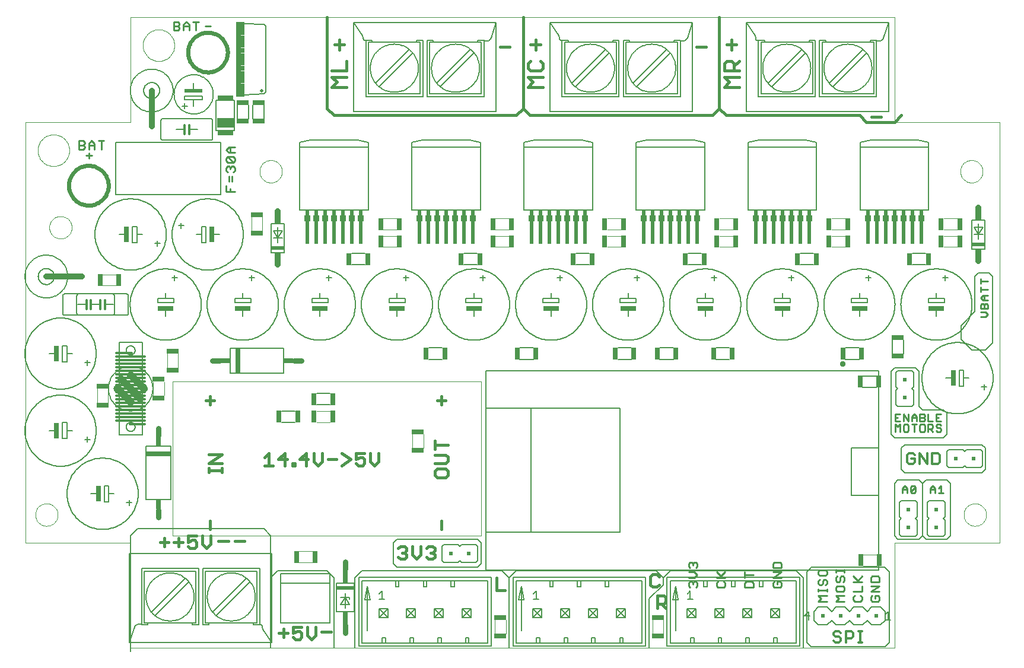
<source format=gto>
G75*
G70*
%OFA0B0*%
%FSLAX24Y24*%
%IPPOS*%
%LPD*%
%AMOC8*
5,1,8,0,0,1.08239X$1,22.5*
%
%ADD10C,0.0000*%
%ADD11C,0.0140*%
%ADD12C,0.0079*%
%ADD13C,0.0150*%
%ADD14C,0.0240*%
%ADD15C,0.0180*%
%ADD16C,0.0090*%
%ADD17C,0.0110*%
%ADD18C,0.0157*%
%ADD19C,0.0060*%
%ADD20C,0.0300*%
%ADD21R,0.1000X0.0200*%
%ADD22R,0.0300X0.0750*%
%ADD23C,0.0050*%
%ADD24R,0.0240X0.0240*%
%ADD25R,0.0200X0.0200*%
%ADD26C,0.0080*%
%ADD27R,0.0236X0.1900*%
%ADD28R,0.0354X0.0375*%
%ADD29R,0.0354X0.0375*%
%ADD30R,0.0236X0.0768*%
%ADD31R,0.0900X0.0250*%
%ADD32R,0.0250X0.0900*%
%ADD33C,0.0040*%
%ADD34R,0.0295X0.0669*%
%ADD35R,0.0669X0.0295*%
%ADD36C,0.0120*%
%ADD37C,0.0335*%
%ADD38R,0.0736X0.0200*%
%ADD39R,0.0335X0.0250*%
%ADD40R,0.1400X0.0250*%
%ADD41R,0.0300X0.0550*%
%ADD42R,0.0290X0.0690*%
%ADD43R,0.0250X0.1400*%
%ADD44R,0.0550X0.0300*%
%ADD45R,0.0690X0.0290*%
%ADD46C,0.0320*%
%ADD47R,0.1040X0.0320*%
%ADD48C,0.0200*%
%ADD49R,0.0300X0.4200*%
%ADD50R,0.0200X0.0750*%
%ADD51R,0.0200X0.0300*%
%ADD52R,0.0200X0.0700*%
%ADD53R,0.0866X0.0256*%
%ADD54R,0.0965X0.0266*%
%ADD55R,0.0320X0.1040*%
D10*
X008939Y004759D02*
X008939Y010664D01*
X003033Y010664D01*
X003033Y034286D01*
X008939Y034286D01*
X008939Y040192D01*
X051852Y040192D01*
X051852Y034286D01*
X057758Y034286D01*
X057758Y010664D01*
X051852Y010664D01*
X051852Y004759D01*
X008939Y004759D01*
X011301Y011058D02*
X011301Y019719D01*
X028624Y019719D01*
X028624Y011058D01*
X011301Y011058D01*
X003584Y012239D02*
X003586Y012289D01*
X003592Y012339D01*
X003602Y012388D01*
X003616Y012436D01*
X003633Y012483D01*
X003654Y012528D01*
X003679Y012572D01*
X003707Y012613D01*
X003739Y012652D01*
X003773Y012689D01*
X003810Y012723D01*
X003850Y012753D01*
X003892Y012780D01*
X003936Y012804D01*
X003982Y012825D01*
X004029Y012841D01*
X004077Y012854D01*
X004127Y012863D01*
X004176Y012868D01*
X004227Y012869D01*
X004277Y012866D01*
X004326Y012859D01*
X004375Y012848D01*
X004423Y012833D01*
X004469Y012815D01*
X004514Y012793D01*
X004557Y012767D01*
X004598Y012738D01*
X004637Y012706D01*
X004673Y012671D01*
X004705Y012633D01*
X004735Y012593D01*
X004762Y012550D01*
X004785Y012506D01*
X004804Y012460D01*
X004820Y012412D01*
X004832Y012363D01*
X004840Y012314D01*
X004844Y012264D01*
X004844Y012214D01*
X004840Y012164D01*
X004832Y012115D01*
X004820Y012066D01*
X004804Y012018D01*
X004785Y011972D01*
X004762Y011928D01*
X004735Y011885D01*
X004705Y011845D01*
X004673Y011807D01*
X004637Y011772D01*
X004598Y011740D01*
X004557Y011711D01*
X004514Y011685D01*
X004469Y011663D01*
X004423Y011645D01*
X004375Y011630D01*
X004326Y011619D01*
X004277Y011612D01*
X004227Y011609D01*
X004176Y011610D01*
X004127Y011615D01*
X004077Y011624D01*
X004029Y011637D01*
X003982Y011653D01*
X003936Y011674D01*
X003892Y011698D01*
X003850Y011725D01*
X003810Y011755D01*
X003773Y011789D01*
X003739Y011826D01*
X003707Y011865D01*
X003679Y011906D01*
X003654Y011950D01*
X003633Y011995D01*
X003616Y012042D01*
X003602Y012090D01*
X003592Y012139D01*
X003586Y012189D01*
X003584Y012239D01*
X004372Y028381D02*
X004374Y028431D01*
X004380Y028481D01*
X004390Y028530D01*
X004404Y028578D01*
X004421Y028625D01*
X004442Y028670D01*
X004467Y028714D01*
X004495Y028755D01*
X004527Y028794D01*
X004561Y028831D01*
X004598Y028865D01*
X004638Y028895D01*
X004680Y028922D01*
X004724Y028946D01*
X004770Y028967D01*
X004817Y028983D01*
X004865Y028996D01*
X004915Y029005D01*
X004964Y029010D01*
X005015Y029011D01*
X005065Y029008D01*
X005114Y029001D01*
X005163Y028990D01*
X005211Y028975D01*
X005257Y028957D01*
X005302Y028935D01*
X005345Y028909D01*
X005386Y028880D01*
X005425Y028848D01*
X005461Y028813D01*
X005493Y028775D01*
X005523Y028735D01*
X005550Y028692D01*
X005573Y028648D01*
X005592Y028602D01*
X005608Y028554D01*
X005620Y028505D01*
X005628Y028456D01*
X005632Y028406D01*
X005632Y028356D01*
X005628Y028306D01*
X005620Y028257D01*
X005608Y028208D01*
X005592Y028160D01*
X005573Y028114D01*
X005550Y028070D01*
X005523Y028027D01*
X005493Y027987D01*
X005461Y027949D01*
X005425Y027914D01*
X005386Y027882D01*
X005345Y027853D01*
X005302Y027827D01*
X005257Y027805D01*
X005211Y027787D01*
X005163Y027772D01*
X005114Y027761D01*
X005065Y027754D01*
X005015Y027751D01*
X004964Y027752D01*
X004915Y027757D01*
X004865Y027766D01*
X004817Y027779D01*
X004770Y027795D01*
X004724Y027816D01*
X004680Y027840D01*
X004638Y027867D01*
X004598Y027897D01*
X004561Y027931D01*
X004527Y027968D01*
X004495Y028007D01*
X004467Y028048D01*
X004442Y028092D01*
X004421Y028137D01*
X004404Y028184D01*
X004390Y028232D01*
X004380Y028281D01*
X004374Y028331D01*
X004372Y028381D01*
X003722Y032712D02*
X003724Y032771D01*
X003730Y032830D01*
X003740Y032888D01*
X003753Y032946D01*
X003771Y033003D01*
X003792Y033058D01*
X003817Y033112D01*
X003846Y033164D01*
X003878Y033213D01*
X003913Y033261D01*
X003951Y033306D01*
X003992Y033349D01*
X004036Y033389D01*
X004082Y033425D01*
X004131Y033459D01*
X004182Y033489D01*
X004235Y033516D01*
X004290Y033539D01*
X004345Y033558D01*
X004403Y033574D01*
X004461Y033586D01*
X004519Y033594D01*
X004578Y033598D01*
X004638Y033598D01*
X004697Y033594D01*
X004755Y033586D01*
X004813Y033574D01*
X004871Y033558D01*
X004926Y033539D01*
X004981Y033516D01*
X005034Y033489D01*
X005085Y033459D01*
X005134Y033425D01*
X005180Y033389D01*
X005224Y033349D01*
X005265Y033306D01*
X005303Y033261D01*
X005338Y033213D01*
X005370Y033164D01*
X005399Y033112D01*
X005424Y033058D01*
X005445Y033003D01*
X005463Y032946D01*
X005476Y032888D01*
X005486Y032830D01*
X005492Y032771D01*
X005494Y032712D01*
X005492Y032653D01*
X005486Y032594D01*
X005476Y032536D01*
X005463Y032478D01*
X005445Y032421D01*
X005424Y032366D01*
X005399Y032312D01*
X005370Y032260D01*
X005338Y032211D01*
X005303Y032163D01*
X005265Y032118D01*
X005224Y032075D01*
X005180Y032035D01*
X005134Y031999D01*
X005085Y031965D01*
X005034Y031935D01*
X004981Y031908D01*
X004926Y031885D01*
X004871Y031866D01*
X004813Y031850D01*
X004755Y031838D01*
X004697Y031830D01*
X004638Y031826D01*
X004578Y031826D01*
X004519Y031830D01*
X004461Y031838D01*
X004403Y031850D01*
X004345Y031866D01*
X004290Y031885D01*
X004235Y031908D01*
X004182Y031935D01*
X004131Y031965D01*
X004082Y031999D01*
X004036Y032035D01*
X003992Y032075D01*
X003951Y032118D01*
X003913Y032163D01*
X003878Y032211D01*
X003846Y032260D01*
X003817Y032312D01*
X003792Y032366D01*
X003771Y032421D01*
X003753Y032478D01*
X003740Y032536D01*
X003730Y032594D01*
X003724Y032653D01*
X003722Y032712D01*
X009628Y038617D02*
X009630Y038676D01*
X009636Y038735D01*
X009646Y038793D01*
X009659Y038851D01*
X009677Y038908D01*
X009698Y038963D01*
X009723Y039017D01*
X009752Y039069D01*
X009784Y039118D01*
X009819Y039166D01*
X009857Y039211D01*
X009898Y039254D01*
X009942Y039294D01*
X009988Y039330D01*
X010037Y039364D01*
X010088Y039394D01*
X010141Y039421D01*
X010196Y039444D01*
X010251Y039463D01*
X010309Y039479D01*
X010367Y039491D01*
X010425Y039499D01*
X010484Y039503D01*
X010544Y039503D01*
X010603Y039499D01*
X010661Y039491D01*
X010719Y039479D01*
X010777Y039463D01*
X010832Y039444D01*
X010887Y039421D01*
X010940Y039394D01*
X010991Y039364D01*
X011040Y039330D01*
X011086Y039294D01*
X011130Y039254D01*
X011171Y039211D01*
X011209Y039166D01*
X011244Y039118D01*
X011276Y039069D01*
X011305Y039017D01*
X011330Y038963D01*
X011351Y038908D01*
X011369Y038851D01*
X011382Y038793D01*
X011392Y038735D01*
X011398Y038676D01*
X011400Y038617D01*
X011398Y038558D01*
X011392Y038499D01*
X011382Y038441D01*
X011369Y038383D01*
X011351Y038326D01*
X011330Y038271D01*
X011305Y038217D01*
X011276Y038165D01*
X011244Y038116D01*
X011209Y038068D01*
X011171Y038023D01*
X011130Y037980D01*
X011086Y037940D01*
X011040Y037904D01*
X010991Y037870D01*
X010940Y037840D01*
X010887Y037813D01*
X010832Y037790D01*
X010777Y037771D01*
X010719Y037755D01*
X010661Y037743D01*
X010603Y037735D01*
X010544Y037731D01*
X010484Y037731D01*
X010425Y037735D01*
X010367Y037743D01*
X010309Y037755D01*
X010251Y037771D01*
X010196Y037790D01*
X010141Y037813D01*
X010088Y037840D01*
X010037Y037870D01*
X009988Y037904D01*
X009942Y037940D01*
X009898Y037980D01*
X009857Y038023D01*
X009819Y038068D01*
X009784Y038116D01*
X009752Y038165D01*
X009723Y038217D01*
X009698Y038271D01*
X009677Y038326D01*
X009659Y038383D01*
X009646Y038441D01*
X009636Y038499D01*
X009630Y038558D01*
X009628Y038617D01*
X016183Y031530D02*
X016185Y031580D01*
X016191Y031630D01*
X016201Y031679D01*
X016215Y031727D01*
X016232Y031774D01*
X016253Y031819D01*
X016278Y031863D01*
X016306Y031904D01*
X016338Y031943D01*
X016372Y031980D01*
X016409Y032014D01*
X016449Y032044D01*
X016491Y032071D01*
X016535Y032095D01*
X016581Y032116D01*
X016628Y032132D01*
X016676Y032145D01*
X016726Y032154D01*
X016775Y032159D01*
X016826Y032160D01*
X016876Y032157D01*
X016925Y032150D01*
X016974Y032139D01*
X017022Y032124D01*
X017068Y032106D01*
X017113Y032084D01*
X017156Y032058D01*
X017197Y032029D01*
X017236Y031997D01*
X017272Y031962D01*
X017304Y031924D01*
X017334Y031884D01*
X017361Y031841D01*
X017384Y031797D01*
X017403Y031751D01*
X017419Y031703D01*
X017431Y031654D01*
X017439Y031605D01*
X017443Y031555D01*
X017443Y031505D01*
X017439Y031455D01*
X017431Y031406D01*
X017419Y031357D01*
X017403Y031309D01*
X017384Y031263D01*
X017361Y031219D01*
X017334Y031176D01*
X017304Y031136D01*
X017272Y031098D01*
X017236Y031063D01*
X017197Y031031D01*
X017156Y031002D01*
X017113Y030976D01*
X017068Y030954D01*
X017022Y030936D01*
X016974Y030921D01*
X016925Y030910D01*
X016876Y030903D01*
X016826Y030900D01*
X016775Y030901D01*
X016726Y030906D01*
X016676Y030915D01*
X016628Y030928D01*
X016581Y030944D01*
X016535Y030965D01*
X016491Y030989D01*
X016449Y031016D01*
X016409Y031046D01*
X016372Y031080D01*
X016338Y031117D01*
X016306Y031156D01*
X016278Y031197D01*
X016253Y031241D01*
X016232Y031286D01*
X016215Y031333D01*
X016201Y031381D01*
X016191Y031430D01*
X016185Y031480D01*
X016183Y031530D01*
X055553Y031530D02*
X055555Y031580D01*
X055561Y031630D01*
X055571Y031679D01*
X055585Y031727D01*
X055602Y031774D01*
X055623Y031819D01*
X055648Y031863D01*
X055676Y031904D01*
X055708Y031943D01*
X055742Y031980D01*
X055779Y032014D01*
X055819Y032044D01*
X055861Y032071D01*
X055905Y032095D01*
X055951Y032116D01*
X055998Y032132D01*
X056046Y032145D01*
X056096Y032154D01*
X056145Y032159D01*
X056196Y032160D01*
X056246Y032157D01*
X056295Y032150D01*
X056344Y032139D01*
X056392Y032124D01*
X056438Y032106D01*
X056483Y032084D01*
X056526Y032058D01*
X056567Y032029D01*
X056606Y031997D01*
X056642Y031962D01*
X056674Y031924D01*
X056704Y031884D01*
X056731Y031841D01*
X056754Y031797D01*
X056773Y031751D01*
X056789Y031703D01*
X056801Y031654D01*
X056809Y031605D01*
X056813Y031555D01*
X056813Y031505D01*
X056809Y031455D01*
X056801Y031406D01*
X056789Y031357D01*
X056773Y031309D01*
X056754Y031263D01*
X056731Y031219D01*
X056704Y031176D01*
X056674Y031136D01*
X056642Y031098D01*
X056606Y031063D01*
X056567Y031031D01*
X056526Y031002D01*
X056483Y030976D01*
X056438Y030954D01*
X056392Y030936D01*
X056344Y030921D01*
X056295Y030910D01*
X056246Y030903D01*
X056196Y030900D01*
X056145Y030901D01*
X056096Y030906D01*
X056046Y030915D01*
X055998Y030928D01*
X055951Y030944D01*
X055905Y030965D01*
X055861Y030989D01*
X055819Y031016D01*
X055779Y031046D01*
X055742Y031080D01*
X055708Y031117D01*
X055676Y031156D01*
X055648Y031197D01*
X055623Y031241D01*
X055602Y031286D01*
X055585Y031333D01*
X055571Y031381D01*
X055561Y031430D01*
X055555Y031480D01*
X055553Y031530D01*
X055750Y012239D02*
X055752Y012289D01*
X055758Y012339D01*
X055768Y012388D01*
X055782Y012436D01*
X055799Y012483D01*
X055820Y012528D01*
X055845Y012572D01*
X055873Y012613D01*
X055905Y012652D01*
X055939Y012689D01*
X055976Y012723D01*
X056016Y012753D01*
X056058Y012780D01*
X056102Y012804D01*
X056148Y012825D01*
X056195Y012841D01*
X056243Y012854D01*
X056293Y012863D01*
X056342Y012868D01*
X056393Y012869D01*
X056443Y012866D01*
X056492Y012859D01*
X056541Y012848D01*
X056589Y012833D01*
X056635Y012815D01*
X056680Y012793D01*
X056723Y012767D01*
X056764Y012738D01*
X056803Y012706D01*
X056839Y012671D01*
X056871Y012633D01*
X056901Y012593D01*
X056928Y012550D01*
X056951Y012506D01*
X056970Y012460D01*
X056986Y012412D01*
X056998Y012363D01*
X057006Y012314D01*
X057010Y012264D01*
X057010Y012214D01*
X057006Y012164D01*
X056998Y012115D01*
X056986Y012066D01*
X056970Y012018D01*
X056951Y011972D01*
X056928Y011928D01*
X056901Y011885D01*
X056871Y011845D01*
X056839Y011807D01*
X056803Y011772D01*
X056764Y011740D01*
X056723Y011711D01*
X056680Y011685D01*
X056635Y011663D01*
X056589Y011645D01*
X056541Y011630D01*
X056492Y011619D01*
X056443Y011612D01*
X056393Y011609D01*
X056342Y011610D01*
X056293Y011615D01*
X056243Y011624D01*
X056195Y011637D01*
X056148Y011653D01*
X056102Y011674D01*
X056058Y011698D01*
X056016Y011725D01*
X055976Y011755D01*
X055939Y011789D01*
X055905Y011826D01*
X055873Y011865D01*
X055845Y011906D01*
X055820Y011950D01*
X055799Y011995D01*
X055782Y012042D01*
X055768Y012090D01*
X055758Y012139D01*
X055752Y012189D01*
X055750Y012239D01*
D11*
X054286Y015087D02*
X054389Y015190D01*
X054389Y015604D01*
X054286Y015707D01*
X053975Y015707D01*
X053975Y015087D01*
X054286Y015087D01*
X053689Y015087D02*
X053689Y015707D01*
X053276Y015707D02*
X053276Y015087D01*
X052990Y015190D02*
X052990Y015397D01*
X052783Y015397D01*
X052990Y015604D02*
X052886Y015707D01*
X052679Y015707D01*
X052576Y015604D01*
X052576Y015190D01*
X052679Y015087D01*
X052886Y015087D01*
X052990Y015190D01*
X053276Y015707D02*
X053689Y015087D01*
X050030Y005694D02*
X049823Y005694D01*
X049926Y005694D02*
X049926Y005074D01*
X049823Y005074D02*
X050030Y005074D01*
X049537Y005384D02*
X049433Y005281D01*
X049123Y005281D01*
X049123Y005074D02*
X049123Y005694D01*
X049433Y005694D01*
X049537Y005591D01*
X049537Y005384D01*
X048837Y005281D02*
X048837Y005177D01*
X048734Y005074D01*
X048527Y005074D01*
X048423Y005177D01*
X048527Y005384D02*
X048734Y005384D01*
X048837Y005281D01*
X048837Y005591D02*
X048734Y005694D01*
X048527Y005694D01*
X048423Y005591D01*
X048423Y005488D01*
X048527Y005384D01*
D12*
X008939Y004562D02*
X008939Y011058D01*
X009333Y011452D01*
X016419Y011452D01*
X016813Y011058D01*
X016813Y008696D01*
X017207Y009090D01*
X019963Y009090D01*
X020356Y008696D01*
X020356Y004759D01*
X021537Y004759D02*
X021537Y008696D01*
X021931Y009090D01*
X029805Y009090D01*
X030199Y008696D01*
X030592Y009090D01*
X038466Y009090D01*
X038860Y008696D01*
X039254Y009090D01*
X046340Y009090D01*
X046734Y008696D01*
X046734Y004759D01*
X046922Y005076D02*
X047172Y004826D01*
X051329Y004826D01*
X051579Y005076D01*
X051579Y009028D01*
X051329Y009278D01*
X052049Y010861D02*
X053230Y010861D01*
X053427Y011058D01*
X053624Y010861D01*
X054805Y010861D01*
X055002Y011058D01*
X055002Y014011D01*
X054805Y014208D01*
X053624Y014208D01*
X053427Y014011D01*
X053230Y014208D01*
X052049Y014208D01*
X051852Y014011D01*
X051852Y011058D01*
X052049Y010861D01*
X053427Y011058D02*
X053427Y014011D01*
X052443Y014601D02*
X052246Y014798D01*
X052246Y015979D01*
X052443Y016176D01*
X056774Y016176D01*
X056970Y015979D01*
X056970Y014798D01*
X056774Y014601D01*
X052443Y014601D01*
X051852Y016570D02*
X051655Y016767D01*
X051655Y020310D01*
X051852Y020507D01*
X053033Y020507D01*
X053230Y020310D01*
X053230Y018341D01*
X053427Y018145D01*
X054608Y018145D01*
X054805Y017948D01*
X054805Y016767D01*
X054608Y016570D01*
X051852Y016570D01*
X056183Y021491D02*
X056970Y021491D01*
X057364Y021885D01*
X057364Y025625D01*
X057167Y025822D01*
X056577Y025822D01*
X056380Y025625D01*
X056380Y023656D01*
X055592Y022869D01*
X055592Y022082D01*
X056183Y021491D01*
X047172Y009278D02*
X046922Y009028D01*
X046922Y005076D01*
X047172Y009279D02*
X051328Y009279D01*
X038860Y008696D02*
X038860Y008302D01*
X038073Y007515D01*
X038073Y004759D01*
X030199Y004759D02*
X030199Y008696D01*
X028624Y009483D02*
X028427Y009286D01*
X023900Y009286D01*
X023703Y009483D01*
X023703Y010664D01*
X023900Y010861D01*
X028427Y010861D01*
X028624Y010664D01*
X028624Y009483D01*
X016813Y008696D02*
X016813Y004759D01*
D13*
X017518Y005346D02*
X017518Y005820D01*
X017282Y005583D02*
X017755Y005583D01*
X018069Y005583D02*
X018306Y005701D01*
X018424Y005701D01*
X018543Y005583D01*
X018543Y005346D01*
X018424Y005227D01*
X018187Y005227D01*
X018069Y005346D01*
X018069Y005583D02*
X018069Y005938D01*
X018543Y005938D01*
X018861Y005938D02*
X018861Y005464D01*
X019098Y005227D01*
X019335Y005464D01*
X019335Y005938D01*
X023975Y009873D02*
X024093Y009755D01*
X024330Y009755D01*
X024448Y009873D01*
X024448Y009992D01*
X024330Y010110D01*
X024211Y010110D01*
X024330Y010110D02*
X024448Y010229D01*
X024448Y010347D01*
X024330Y010466D01*
X024093Y010466D01*
X023975Y010347D01*
X024766Y010466D02*
X024766Y009992D01*
X025003Y009755D01*
X025240Y009992D01*
X025240Y010466D01*
X025558Y010347D02*
X025677Y010466D01*
X025914Y010466D01*
X026032Y010347D01*
X026032Y010229D01*
X025914Y010110D01*
X026032Y009992D01*
X026032Y009873D01*
X025914Y009755D01*
X025677Y009755D01*
X025558Y009873D01*
X025795Y010110D02*
X025914Y010110D01*
X026404Y011428D02*
X026404Y011901D01*
X026167Y014344D02*
X026049Y014462D01*
X026049Y014699D01*
X026167Y014818D01*
X026641Y014818D01*
X026759Y014699D01*
X026759Y014462D01*
X026641Y014344D01*
X026167Y014344D01*
X026049Y015136D02*
X026641Y015136D01*
X026759Y015254D01*
X026759Y015491D01*
X026641Y015610D01*
X026049Y015610D01*
X026049Y015928D02*
X026049Y016401D01*
X026049Y016165D02*
X026759Y016165D01*
X026404Y018428D02*
X026404Y018901D01*
X026167Y018665D02*
X026641Y018665D01*
X022869Y015708D02*
X022869Y015234D01*
X022632Y014997D01*
X022395Y015234D01*
X022395Y015708D01*
X022077Y015708D02*
X021603Y015708D01*
X021603Y015353D01*
X021840Y015471D01*
X021959Y015471D01*
X022077Y015353D01*
X022077Y015116D01*
X021959Y014997D01*
X021722Y014997D01*
X021603Y015116D01*
X021285Y015353D02*
X020811Y014997D01*
X020493Y015353D02*
X020020Y015353D01*
X019701Y015234D02*
X019701Y015708D01*
X019228Y015708D02*
X019228Y015234D01*
X019465Y014997D01*
X019701Y015234D01*
X020811Y015708D02*
X021285Y015353D01*
X018910Y015353D02*
X018436Y015353D01*
X018791Y015708D01*
X018791Y014997D01*
X018158Y014997D02*
X018158Y015116D01*
X018040Y015116D01*
X018040Y014997D01*
X018158Y014997D01*
X017603Y014997D02*
X017603Y015708D01*
X017248Y015353D01*
X017722Y015353D01*
X016930Y014997D02*
X016456Y014997D01*
X016693Y014997D02*
X016693Y015708D01*
X016456Y015471D01*
X014055Y015614D02*
X013344Y015614D01*
X013344Y015140D02*
X014055Y015614D01*
X014055Y015140D02*
X013344Y015140D01*
X013344Y014849D02*
X013344Y014612D01*
X013344Y014731D02*
X014055Y014731D01*
X014055Y014849D02*
X014055Y014612D01*
X013404Y011901D02*
X013404Y011428D01*
X013429Y011056D02*
X013429Y010582D01*
X013192Y010346D01*
X012955Y010582D01*
X012955Y011056D01*
X012637Y011056D02*
X012164Y011056D01*
X012164Y010701D01*
X012400Y010819D01*
X012519Y010819D01*
X012637Y010701D01*
X012637Y010464D01*
X012519Y010346D01*
X012282Y010346D01*
X012164Y010464D01*
X011854Y010701D02*
X011381Y010701D01*
X011062Y010701D02*
X010589Y010701D01*
X010826Y010938D02*
X010826Y010464D01*
X011617Y010464D02*
X011617Y010938D01*
X013404Y018428D02*
X013404Y018901D01*
X013167Y018665D02*
X013641Y018665D01*
X029486Y008694D02*
X029486Y007983D01*
X029960Y007983D01*
X038148Y008299D02*
X038266Y008180D01*
X038503Y008180D01*
X038621Y008299D01*
X038148Y008299D02*
X038148Y008772D01*
X038266Y008891D01*
X038503Y008891D01*
X038621Y008772D01*
X038541Y007710D02*
X038897Y007710D01*
X039015Y007591D01*
X039015Y007354D01*
X038897Y007236D01*
X038541Y007236D01*
X038541Y006999D02*
X038541Y007710D01*
X038778Y007236D02*
X039015Y006999D01*
D14*
X048884Y020723D02*
X048886Y020735D01*
X048891Y020746D01*
X048900Y020755D01*
X048911Y020760D01*
X048923Y020762D01*
X048935Y020760D01*
X048946Y020755D01*
X048955Y020746D01*
X048960Y020735D01*
X048962Y020723D01*
X048960Y020711D01*
X048955Y020700D01*
X048946Y020691D01*
X048935Y020686D01*
X048923Y020684D01*
X048911Y020686D01*
X048900Y020691D01*
X048891Y020700D01*
X048886Y020711D01*
X048884Y020723D01*
X012156Y038223D02*
X012158Y038290D01*
X012164Y038356D01*
X012174Y038422D01*
X012188Y038487D01*
X012205Y038551D01*
X012227Y038614D01*
X012252Y038676D01*
X012281Y038736D01*
X012314Y038794D01*
X012350Y038851D01*
X012389Y038904D01*
X012431Y038956D01*
X012476Y039005D01*
X012525Y039051D01*
X012575Y039094D01*
X012629Y039134D01*
X012684Y039171D01*
X012742Y039204D01*
X012802Y039234D01*
X012863Y039260D01*
X012926Y039282D01*
X012990Y039301D01*
X013055Y039316D01*
X013120Y039327D01*
X013187Y039334D01*
X013253Y039337D01*
X013320Y039336D01*
X013386Y039331D01*
X013452Y039322D01*
X013518Y039309D01*
X013582Y039292D01*
X013646Y039272D01*
X013708Y039247D01*
X013768Y039219D01*
X013827Y039188D01*
X013884Y039153D01*
X013938Y039114D01*
X013990Y039073D01*
X014040Y039028D01*
X014087Y038981D01*
X014130Y038931D01*
X014171Y038878D01*
X014209Y038823D01*
X014243Y038766D01*
X014274Y038706D01*
X014301Y038645D01*
X014324Y038583D01*
X014344Y038519D01*
X014360Y038455D01*
X014372Y038389D01*
X014380Y038323D01*
X014384Y038256D01*
X014384Y038190D01*
X014380Y038123D01*
X014372Y038057D01*
X014360Y037991D01*
X014344Y037927D01*
X014324Y037863D01*
X014301Y037801D01*
X014274Y037740D01*
X014243Y037680D01*
X014209Y037623D01*
X014171Y037568D01*
X014130Y037515D01*
X014087Y037465D01*
X014040Y037418D01*
X013990Y037373D01*
X013938Y037332D01*
X013884Y037293D01*
X013827Y037258D01*
X013768Y037227D01*
X013708Y037199D01*
X013646Y037174D01*
X013582Y037154D01*
X013518Y037137D01*
X013452Y037124D01*
X013386Y037115D01*
X013320Y037110D01*
X013253Y037109D01*
X013187Y037112D01*
X013120Y037119D01*
X013055Y037130D01*
X012990Y037145D01*
X012926Y037164D01*
X012863Y037186D01*
X012802Y037212D01*
X012742Y037242D01*
X012684Y037275D01*
X012629Y037312D01*
X012575Y037352D01*
X012525Y037395D01*
X012476Y037441D01*
X012431Y037490D01*
X012389Y037542D01*
X012350Y037595D01*
X012314Y037652D01*
X012281Y037710D01*
X012252Y037770D01*
X012227Y037832D01*
X012205Y037895D01*
X012188Y037959D01*
X012174Y038024D01*
X012164Y038090D01*
X012158Y038156D01*
X012156Y038223D01*
X005463Y030743D02*
X005465Y030810D01*
X005471Y030876D01*
X005481Y030942D01*
X005495Y031007D01*
X005512Y031071D01*
X005534Y031134D01*
X005559Y031196D01*
X005588Y031256D01*
X005621Y031314D01*
X005657Y031371D01*
X005696Y031424D01*
X005738Y031476D01*
X005783Y031525D01*
X005832Y031571D01*
X005882Y031614D01*
X005936Y031654D01*
X005991Y031691D01*
X006049Y031724D01*
X006109Y031754D01*
X006170Y031780D01*
X006233Y031802D01*
X006297Y031821D01*
X006362Y031836D01*
X006427Y031847D01*
X006494Y031854D01*
X006560Y031857D01*
X006627Y031856D01*
X006693Y031851D01*
X006759Y031842D01*
X006825Y031829D01*
X006889Y031812D01*
X006953Y031792D01*
X007015Y031767D01*
X007075Y031739D01*
X007134Y031708D01*
X007191Y031673D01*
X007245Y031634D01*
X007297Y031593D01*
X007347Y031548D01*
X007394Y031501D01*
X007437Y031451D01*
X007478Y031398D01*
X007516Y031343D01*
X007550Y031286D01*
X007581Y031226D01*
X007608Y031165D01*
X007631Y031103D01*
X007651Y031039D01*
X007667Y030975D01*
X007679Y030909D01*
X007687Y030843D01*
X007691Y030776D01*
X007691Y030710D01*
X007687Y030643D01*
X007679Y030577D01*
X007667Y030511D01*
X007651Y030447D01*
X007631Y030383D01*
X007608Y030321D01*
X007581Y030260D01*
X007550Y030200D01*
X007516Y030143D01*
X007478Y030088D01*
X007437Y030035D01*
X007394Y029985D01*
X007347Y029938D01*
X007297Y029893D01*
X007245Y029852D01*
X007191Y029813D01*
X007134Y029778D01*
X007075Y029747D01*
X007015Y029719D01*
X006953Y029694D01*
X006889Y029674D01*
X006825Y029657D01*
X006759Y029644D01*
X006693Y029635D01*
X006627Y029630D01*
X006560Y029629D01*
X006494Y029632D01*
X006427Y029639D01*
X006362Y029650D01*
X006297Y029665D01*
X006233Y029684D01*
X006170Y029706D01*
X006109Y029732D01*
X006049Y029762D01*
X005991Y029795D01*
X005936Y029832D01*
X005882Y029872D01*
X005832Y029915D01*
X005783Y029961D01*
X005738Y030010D01*
X005696Y030062D01*
X005657Y030115D01*
X005621Y030172D01*
X005588Y030230D01*
X005559Y030290D01*
X005534Y030352D01*
X005512Y030415D01*
X005495Y030479D01*
X005481Y030544D01*
X005471Y030610D01*
X005465Y030676D01*
X005463Y030743D01*
D15*
X020249Y036275D02*
X020522Y036549D01*
X020249Y036822D01*
X021069Y036822D01*
X021069Y037196D02*
X021069Y037743D01*
X020659Y038377D02*
X020659Y038924D01*
X020385Y038650D02*
X020933Y038650D01*
X021069Y037196D02*
X020249Y037196D01*
X020249Y036275D02*
X021069Y036275D01*
X029698Y038527D02*
X030245Y038527D01*
X031409Y038650D02*
X031956Y038650D01*
X031683Y038377D02*
X031683Y038924D01*
X031956Y037743D02*
X032093Y037606D01*
X032093Y037333D01*
X031956Y037196D01*
X031409Y037196D01*
X031272Y037333D01*
X031272Y037606D01*
X031409Y037743D01*
X031272Y036822D02*
X032093Y036822D01*
X032093Y036275D02*
X031272Y036275D01*
X031546Y036549D01*
X031272Y036822D01*
X040722Y038527D02*
X041269Y038527D01*
X042433Y038650D02*
X042980Y038650D01*
X042706Y038377D02*
X042706Y038924D01*
X042706Y037743D02*
X042843Y037606D01*
X042843Y037196D01*
X042843Y037469D02*
X043117Y037743D01*
X042706Y037743D02*
X042433Y037743D01*
X042296Y037606D01*
X042296Y037196D01*
X043117Y037196D01*
X043117Y036822D02*
X042296Y036822D01*
X042569Y036549D01*
X042296Y036275D01*
X043117Y036275D01*
X050564Y034590D02*
X051111Y034590D01*
X015348Y010755D02*
X014801Y010755D01*
X014427Y010755D02*
X013880Y010755D01*
X019659Y005653D02*
X020206Y005653D01*
D16*
X051897Y016910D02*
X051897Y017320D01*
X052034Y017184D01*
X052171Y017320D01*
X052171Y016910D01*
X052358Y016978D02*
X052426Y016910D01*
X052563Y016910D01*
X052631Y016978D01*
X052631Y017252D01*
X052563Y017320D01*
X052426Y017320D01*
X052358Y017252D01*
X052358Y016978D01*
X052818Y017320D02*
X053092Y017320D01*
X052955Y017320D02*
X052955Y016910D01*
X053278Y016978D02*
X053347Y016910D01*
X053484Y016910D01*
X053552Y016978D01*
X053552Y017252D01*
X053484Y017320D01*
X053347Y017320D01*
X053278Y017252D01*
X053278Y016978D01*
X053739Y016910D02*
X053739Y017320D01*
X053944Y017320D01*
X054012Y017252D01*
X054012Y017115D01*
X053944Y017047D01*
X053739Y017047D01*
X053876Y017047D02*
X054012Y016910D01*
X054199Y016978D02*
X054268Y016910D01*
X054404Y016910D01*
X054473Y016978D01*
X054473Y017047D01*
X054404Y017115D01*
X054268Y017115D01*
X054199Y017184D01*
X054199Y017252D01*
X054268Y017320D01*
X054404Y017320D01*
X054473Y017252D01*
X054473Y017501D02*
X054199Y017501D01*
X054199Y017911D01*
X054473Y017911D01*
X054336Y017706D02*
X054199Y017706D01*
X054012Y017501D02*
X053739Y017501D01*
X053739Y017911D01*
X053552Y017843D02*
X053484Y017911D01*
X053278Y017911D01*
X053278Y017501D01*
X053484Y017501D01*
X053552Y017569D01*
X053552Y017637D01*
X053484Y017706D01*
X053278Y017706D01*
X053092Y017706D02*
X052818Y017706D01*
X052818Y017774D02*
X052955Y017911D01*
X053092Y017774D01*
X053092Y017501D01*
X052818Y017501D02*
X052818Y017774D01*
X052631Y017911D02*
X052631Y017501D01*
X052358Y017911D01*
X052358Y017501D01*
X052171Y017501D02*
X051897Y017501D01*
X051897Y017911D01*
X052171Y017911D01*
X052034Y017706D02*
X051897Y017706D01*
X053484Y017706D02*
X053552Y017774D01*
X053552Y017843D01*
X054003Y013876D02*
X054139Y013739D01*
X054139Y013465D01*
X054326Y013465D02*
X054600Y013465D01*
X054463Y013465D02*
X054463Y013876D01*
X054326Y013739D01*
X054139Y013670D02*
X053866Y013670D01*
X053866Y013739D02*
X054003Y013876D01*
X053866Y013739D02*
X053866Y013465D01*
X053025Y013534D02*
X053025Y013807D01*
X052751Y013534D01*
X052820Y013465D01*
X052957Y013465D01*
X053025Y013534D01*
X053025Y013807D02*
X052957Y013876D01*
X052820Y013876D01*
X052751Y013807D01*
X052751Y013534D01*
X052565Y013465D02*
X052565Y013739D01*
X052428Y013876D01*
X052291Y013739D01*
X052291Y013465D01*
X052291Y013670D02*
X052565Y013670D01*
X056690Y023371D02*
X056964Y023371D01*
X057101Y023508D01*
X056964Y023644D01*
X056690Y023644D01*
X056690Y023831D02*
X056690Y024036D01*
X056759Y024105D01*
X056827Y024105D01*
X056895Y024036D01*
X056895Y023831D01*
X056690Y023831D02*
X057101Y023831D01*
X057101Y024036D01*
X057032Y024105D01*
X056964Y024105D01*
X056895Y024036D01*
X056895Y024292D02*
X056895Y024565D01*
X056827Y024565D02*
X057101Y024565D01*
X057101Y024292D02*
X056827Y024292D01*
X056690Y024428D01*
X056827Y024565D01*
X056690Y024752D02*
X056690Y025025D01*
X056690Y024889D02*
X057101Y024889D01*
X057101Y025349D02*
X056690Y025349D01*
X056690Y025212D02*
X056690Y025486D01*
D17*
X045418Y009568D02*
X045097Y009568D01*
X045017Y009488D01*
X045017Y009248D01*
X045498Y009248D01*
X045498Y009488D01*
X045418Y009568D01*
X045498Y009025D02*
X045017Y009025D01*
X045017Y008704D02*
X045498Y009025D01*
X045498Y008704D02*
X045017Y008704D01*
X045097Y008481D02*
X045017Y008401D01*
X045017Y008240D01*
X045097Y008160D01*
X045418Y008160D01*
X045498Y008240D01*
X045498Y008401D01*
X045418Y008481D01*
X045258Y008481D01*
X045258Y008321D01*
X043923Y008401D02*
X043843Y008481D01*
X043522Y008481D01*
X043442Y008401D01*
X043442Y008160D01*
X043923Y008160D01*
X043923Y008401D01*
X043923Y008864D02*
X043442Y008864D01*
X043442Y008704D02*
X043442Y009025D01*
X042348Y009025D02*
X042108Y008784D01*
X042188Y008704D02*
X041868Y009025D01*
X041868Y008704D02*
X042348Y008704D01*
X042268Y008481D02*
X042348Y008401D01*
X042348Y008240D01*
X042268Y008160D01*
X041948Y008160D01*
X041868Y008240D01*
X041868Y008401D01*
X041948Y008481D01*
X040774Y008401D02*
X040774Y008240D01*
X040694Y008160D01*
X040533Y008321D02*
X040533Y008401D01*
X040613Y008481D01*
X040694Y008481D01*
X040774Y008401D01*
X040533Y008401D02*
X040453Y008481D01*
X040373Y008481D01*
X040293Y008401D01*
X040293Y008240D01*
X040373Y008160D01*
X040293Y008704D02*
X040613Y008704D01*
X040774Y008864D01*
X040613Y009025D01*
X040293Y009025D01*
X040373Y009248D02*
X040293Y009328D01*
X040293Y009488D01*
X040373Y009568D01*
X040453Y009568D01*
X040533Y009488D01*
X040613Y009568D01*
X040694Y009568D01*
X040774Y009488D01*
X040774Y009328D01*
X040694Y009248D01*
X040533Y009408D02*
X040533Y009488D01*
X047576Y009063D02*
X047576Y008903D01*
X047656Y008823D01*
X047977Y008823D01*
X048057Y008903D01*
X048057Y009063D01*
X047977Y009144D01*
X047656Y009144D01*
X047576Y009063D01*
X047656Y008600D02*
X047576Y008520D01*
X047576Y008359D01*
X047656Y008279D01*
X047736Y008279D01*
X047817Y008359D01*
X047817Y008520D01*
X047897Y008600D01*
X047977Y008600D01*
X048057Y008520D01*
X048057Y008359D01*
X047977Y008279D01*
X048057Y008077D02*
X048057Y007917D01*
X048057Y007997D02*
X047576Y007997D01*
X047576Y007917D02*
X047576Y008077D01*
X047576Y007693D02*
X048057Y007693D01*
X048057Y007373D02*
X047576Y007373D01*
X047736Y007533D01*
X047576Y007693D01*
X048560Y007693D02*
X049041Y007693D01*
X048961Y007917D02*
X048641Y007917D01*
X048560Y007997D01*
X048560Y008157D01*
X048641Y008237D01*
X048961Y008237D01*
X049041Y008157D01*
X049041Y007997D01*
X048961Y007917D01*
X048721Y007533D02*
X048560Y007693D01*
X048721Y007533D02*
X048560Y007373D01*
X049041Y007373D01*
X049545Y007453D02*
X049625Y007373D01*
X049945Y007373D01*
X050026Y007453D01*
X050026Y007613D01*
X049945Y007693D01*
X050026Y007917D02*
X049545Y007917D01*
X049625Y007693D02*
X049545Y007613D01*
X049545Y007453D01*
X050026Y007917D02*
X050026Y008237D01*
X050026Y008460D02*
X049545Y008460D01*
X049785Y008541D02*
X050026Y008781D01*
X049865Y008460D02*
X049545Y008781D01*
X049041Y008701D02*
X049041Y008541D01*
X048961Y008460D01*
X048801Y008541D02*
X048721Y008460D01*
X048641Y008460D01*
X048560Y008541D01*
X048560Y008701D01*
X048641Y008781D01*
X048801Y008701D02*
X048881Y008781D01*
X048961Y008781D01*
X049041Y008701D01*
X048801Y008701D02*
X048801Y008541D01*
X049041Y009004D02*
X049041Y009164D01*
X049041Y009084D02*
X048560Y009084D01*
X048560Y009004D02*
X048560Y009164D01*
X050529Y008701D02*
X050529Y008460D01*
X051010Y008460D01*
X051010Y008701D01*
X050930Y008781D01*
X050609Y008781D01*
X050529Y008701D01*
X050529Y008237D02*
X051010Y008237D01*
X050529Y007917D01*
X051010Y007917D01*
X050930Y007693D02*
X050769Y007693D01*
X050769Y007533D01*
X050609Y007373D02*
X050930Y007373D01*
X051010Y007453D01*
X051010Y007613D01*
X050930Y007693D01*
X050609Y007693D02*
X050529Y007613D01*
X050529Y007453D01*
X050609Y007373D01*
X014789Y030404D02*
X014308Y030404D01*
X014308Y030725D01*
X014469Y030948D02*
X014469Y031269D01*
X014629Y031269D02*
X014629Y030948D01*
X014549Y030565D02*
X014549Y030404D01*
X014709Y031492D02*
X014789Y031572D01*
X014789Y031732D01*
X014709Y031813D01*
X014629Y031813D01*
X014549Y031732D01*
X014549Y031652D01*
X014549Y031732D02*
X014469Y031813D01*
X014389Y031813D01*
X014308Y031732D01*
X014308Y031572D01*
X014389Y031492D01*
X014389Y032036D02*
X014308Y032116D01*
X014308Y032276D01*
X014389Y032356D01*
X014709Y032036D01*
X014789Y032116D01*
X014789Y032276D01*
X014709Y032356D01*
X014389Y032356D01*
X014469Y032579D02*
X014308Y032740D01*
X014469Y032900D01*
X014789Y032900D01*
X014549Y032900D02*
X014549Y032579D01*
X014469Y032579D02*
X014789Y032579D01*
X014709Y032036D02*
X014389Y032036D01*
X007449Y033248D02*
X007129Y033248D01*
X007289Y033248D02*
X007289Y032767D01*
X006906Y032767D02*
X006906Y033087D01*
X006745Y033248D01*
X006585Y033087D01*
X006585Y032767D01*
X006595Y032577D02*
X006595Y032256D01*
X006435Y032416D02*
X006755Y032416D01*
X006362Y032847D02*
X006282Y032767D01*
X006041Y032767D01*
X006041Y033248D01*
X006282Y033248D01*
X006362Y033167D01*
X006362Y033087D01*
X006282Y033007D01*
X006041Y033007D01*
X006282Y033007D02*
X006362Y032927D01*
X006362Y032847D01*
X006585Y033007D02*
X006906Y033007D01*
X011356Y039459D02*
X011597Y039459D01*
X011677Y039540D01*
X011677Y039620D01*
X011597Y039700D01*
X011356Y039700D01*
X011356Y039940D02*
X011356Y039459D01*
X011597Y039700D02*
X011677Y039780D01*
X011677Y039860D01*
X011597Y039940D01*
X011356Y039940D01*
X011900Y039780D02*
X011900Y039459D01*
X011900Y039700D02*
X012221Y039700D01*
X012221Y039780D02*
X012221Y039459D01*
X012221Y039780D02*
X012060Y039940D01*
X011900Y039780D01*
X012444Y039940D02*
X012764Y039940D01*
X012604Y039940D02*
X012604Y039459D01*
X013128Y039700D02*
X013448Y039700D01*
D18*
X019963Y040192D02*
X019963Y035074D01*
X020356Y034680D01*
X030592Y034680D01*
X030986Y035074D01*
X031380Y034680D01*
X041616Y034680D01*
X042010Y035074D01*
X042403Y034680D01*
X049884Y034680D01*
X050277Y034286D01*
X051852Y034286D01*
X052246Y034680D01*
X042010Y035074D02*
X042010Y040192D01*
X030986Y040192D02*
X030986Y035074D01*
D19*
X029474Y034899D02*
X021474Y034899D01*
X021474Y039899D01*
X029474Y039899D01*
X029193Y039030D01*
X029177Y039000D01*
X029158Y038972D01*
X029136Y038946D01*
X029111Y038923D01*
X029084Y038903D01*
X029055Y038886D01*
X029024Y038872D01*
X028992Y038862D01*
X028958Y038856D01*
X028925Y038853D01*
X028891Y038854D01*
X028857Y038859D01*
X028825Y038868D01*
X028793Y038880D01*
X028793Y035730D01*
X025593Y035730D01*
X025593Y038880D01*
X025943Y038880D01*
X025943Y038780D01*
X025743Y038780D01*
X025743Y035880D01*
X028643Y035880D01*
X028643Y038780D01*
X028443Y038780D01*
X025943Y038780D01*
X025353Y038880D02*
X025353Y035730D01*
X022153Y035730D01*
X022153Y038880D01*
X022503Y038880D01*
X022503Y038780D01*
X022303Y038780D01*
X022303Y035880D01*
X025203Y035880D01*
X025203Y038780D01*
X025003Y038780D01*
X022503Y038780D01*
X022153Y038880D02*
X022130Y038882D01*
X022107Y038887D01*
X022085Y038896D01*
X022065Y038909D01*
X022047Y038924D01*
X022032Y038942D01*
X022019Y038962D01*
X022010Y038984D01*
X022005Y039007D01*
X022003Y039030D01*
X021974Y039149D01*
X021474Y039899D01*
X024603Y038380D02*
X022703Y036480D01*
X022903Y036280D02*
X024803Y038180D01*
X025003Y038780D02*
X025003Y038880D01*
X025353Y038880D01*
X022403Y037330D02*
X022405Y037403D01*
X022411Y037476D01*
X022421Y037548D01*
X022435Y037620D01*
X022452Y037691D01*
X022474Y037761D01*
X022499Y037830D01*
X022528Y037897D01*
X022560Y037962D01*
X022596Y038026D01*
X022636Y038088D01*
X022678Y038147D01*
X022724Y038204D01*
X022773Y038258D01*
X022825Y038310D01*
X022879Y038359D01*
X022936Y038405D01*
X022995Y038447D01*
X023057Y038487D01*
X023121Y038523D01*
X023186Y038555D01*
X023253Y038584D01*
X023322Y038609D01*
X023392Y038631D01*
X023463Y038648D01*
X023535Y038662D01*
X023607Y038672D01*
X023680Y038678D01*
X023753Y038680D01*
X023826Y038678D01*
X023899Y038672D01*
X023971Y038662D01*
X024043Y038648D01*
X024114Y038631D01*
X024184Y038609D01*
X024253Y038584D01*
X024320Y038555D01*
X024385Y038523D01*
X024449Y038487D01*
X024511Y038447D01*
X024570Y038405D01*
X024627Y038359D01*
X024681Y038310D01*
X024733Y038258D01*
X024782Y038204D01*
X024828Y038147D01*
X024870Y038088D01*
X024910Y038026D01*
X024946Y037962D01*
X024978Y037897D01*
X025007Y037830D01*
X025032Y037761D01*
X025054Y037691D01*
X025071Y037620D01*
X025085Y037548D01*
X025095Y037476D01*
X025101Y037403D01*
X025103Y037330D01*
X025101Y037257D01*
X025095Y037184D01*
X025085Y037112D01*
X025071Y037040D01*
X025054Y036969D01*
X025032Y036899D01*
X025007Y036830D01*
X024978Y036763D01*
X024946Y036698D01*
X024910Y036634D01*
X024870Y036572D01*
X024828Y036513D01*
X024782Y036456D01*
X024733Y036402D01*
X024681Y036350D01*
X024627Y036301D01*
X024570Y036255D01*
X024511Y036213D01*
X024449Y036173D01*
X024385Y036137D01*
X024320Y036105D01*
X024253Y036076D01*
X024184Y036051D01*
X024114Y036029D01*
X024043Y036012D01*
X023971Y035998D01*
X023899Y035988D01*
X023826Y035982D01*
X023753Y035980D01*
X023680Y035982D01*
X023607Y035988D01*
X023535Y035998D01*
X023463Y036012D01*
X023392Y036029D01*
X023322Y036051D01*
X023253Y036076D01*
X023186Y036105D01*
X023121Y036137D01*
X023057Y036173D01*
X022995Y036213D01*
X022936Y036255D01*
X022879Y036301D01*
X022825Y036350D01*
X022773Y036402D01*
X022724Y036456D01*
X022678Y036513D01*
X022636Y036572D01*
X022596Y036634D01*
X022560Y036698D01*
X022528Y036763D01*
X022499Y036830D01*
X022474Y036899D01*
X022452Y036969D01*
X022435Y037040D01*
X022421Y037112D01*
X022411Y037184D01*
X022405Y037257D01*
X022403Y037330D01*
X026143Y036480D02*
X028043Y038380D01*
X028243Y038180D02*
X026343Y036280D01*
X025843Y037330D02*
X025845Y037403D01*
X025851Y037476D01*
X025861Y037548D01*
X025875Y037620D01*
X025892Y037691D01*
X025914Y037761D01*
X025939Y037830D01*
X025968Y037897D01*
X026000Y037962D01*
X026036Y038026D01*
X026076Y038088D01*
X026118Y038147D01*
X026164Y038204D01*
X026213Y038258D01*
X026265Y038310D01*
X026319Y038359D01*
X026376Y038405D01*
X026435Y038447D01*
X026497Y038487D01*
X026561Y038523D01*
X026626Y038555D01*
X026693Y038584D01*
X026762Y038609D01*
X026832Y038631D01*
X026903Y038648D01*
X026975Y038662D01*
X027047Y038672D01*
X027120Y038678D01*
X027193Y038680D01*
X027266Y038678D01*
X027339Y038672D01*
X027411Y038662D01*
X027483Y038648D01*
X027554Y038631D01*
X027624Y038609D01*
X027693Y038584D01*
X027760Y038555D01*
X027825Y038523D01*
X027889Y038487D01*
X027951Y038447D01*
X028010Y038405D01*
X028067Y038359D01*
X028121Y038310D01*
X028173Y038258D01*
X028222Y038204D01*
X028268Y038147D01*
X028310Y038088D01*
X028350Y038026D01*
X028386Y037962D01*
X028418Y037897D01*
X028447Y037830D01*
X028472Y037761D01*
X028494Y037691D01*
X028511Y037620D01*
X028525Y037548D01*
X028535Y037476D01*
X028541Y037403D01*
X028543Y037330D01*
X028541Y037257D01*
X028535Y037184D01*
X028525Y037112D01*
X028511Y037040D01*
X028494Y036969D01*
X028472Y036899D01*
X028447Y036830D01*
X028418Y036763D01*
X028386Y036698D01*
X028350Y036634D01*
X028310Y036572D01*
X028268Y036513D01*
X028222Y036456D01*
X028173Y036402D01*
X028121Y036350D01*
X028067Y036301D01*
X028010Y036255D01*
X027951Y036213D01*
X027889Y036173D01*
X027825Y036137D01*
X027760Y036105D01*
X027693Y036076D01*
X027624Y036051D01*
X027554Y036029D01*
X027483Y036012D01*
X027411Y035998D01*
X027339Y035988D01*
X027266Y035982D01*
X027193Y035980D01*
X027120Y035982D01*
X027047Y035988D01*
X026975Y035998D01*
X026903Y036012D01*
X026832Y036029D01*
X026762Y036051D01*
X026693Y036076D01*
X026626Y036105D01*
X026561Y036137D01*
X026497Y036173D01*
X026435Y036213D01*
X026376Y036255D01*
X026319Y036301D01*
X026265Y036350D01*
X026213Y036402D01*
X026164Y036456D01*
X026118Y036513D01*
X026076Y036572D01*
X026036Y036634D01*
X026000Y036698D01*
X025968Y036763D01*
X025939Y036830D01*
X025914Y036899D01*
X025892Y036969D01*
X025875Y037040D01*
X025861Y037112D01*
X025851Y037184D01*
X025845Y037257D01*
X025843Y037330D01*
X028443Y038780D02*
X028443Y038880D01*
X028793Y038880D01*
X029474Y039899D02*
X029474Y034899D01*
X032498Y034899D02*
X040498Y034899D01*
X040498Y039899D01*
X032498Y039899D01*
X032498Y034899D01*
X033176Y035730D02*
X036376Y035730D01*
X036376Y038880D01*
X036026Y038880D01*
X036026Y038780D01*
X033526Y038780D01*
X033326Y038780D01*
X033326Y035880D01*
X036226Y035880D01*
X036226Y038780D01*
X036026Y038780D01*
X035626Y038380D02*
X033726Y036480D01*
X033926Y036280D02*
X035826Y038180D01*
X036616Y038880D02*
X036616Y035730D01*
X039816Y035730D01*
X039816Y038880D01*
X039466Y038880D01*
X039466Y038780D01*
X036966Y038780D01*
X036766Y038780D01*
X036766Y035880D01*
X039666Y035880D01*
X039666Y038780D01*
X039466Y038780D01*
X039066Y038380D02*
X037166Y036480D01*
X037366Y036280D02*
X039266Y038180D01*
X039816Y038880D02*
X039848Y038868D01*
X039880Y038859D01*
X039914Y038854D01*
X039948Y038853D01*
X039981Y038856D01*
X040015Y038862D01*
X040047Y038872D01*
X040078Y038886D01*
X040107Y038903D01*
X040134Y038923D01*
X040159Y038946D01*
X040181Y038972D01*
X040200Y039000D01*
X040216Y039030D01*
X040498Y039899D01*
X043522Y039899D02*
X044022Y039149D01*
X044050Y039030D01*
X044052Y039007D01*
X044057Y038984D01*
X044066Y038962D01*
X044079Y038942D01*
X044094Y038924D01*
X044112Y038909D01*
X044132Y038896D01*
X044154Y038887D01*
X044177Y038882D01*
X044200Y038880D01*
X044200Y035730D01*
X047400Y035730D01*
X047400Y038880D01*
X047050Y038880D01*
X047050Y038780D01*
X044550Y038780D01*
X044350Y038780D01*
X044350Y035880D01*
X047250Y035880D01*
X047250Y038780D01*
X047050Y038780D01*
X046650Y038380D02*
X044750Y036480D01*
X044950Y036280D02*
X046850Y038180D01*
X047640Y038880D02*
X047640Y035730D01*
X050840Y035730D01*
X050840Y038880D01*
X050490Y038880D01*
X050490Y038780D01*
X047990Y038780D01*
X047790Y038780D01*
X047790Y035880D01*
X050690Y035880D01*
X050690Y038780D01*
X050490Y038780D01*
X050090Y038380D02*
X048190Y036480D01*
X048390Y036280D02*
X050290Y038180D01*
X050840Y038880D02*
X050872Y038868D01*
X050904Y038859D01*
X050938Y038854D01*
X050972Y038853D01*
X051005Y038856D01*
X051039Y038862D01*
X051071Y038872D01*
X051102Y038886D01*
X051131Y038903D01*
X051158Y038923D01*
X051183Y038946D01*
X051205Y038972D01*
X051224Y039000D01*
X051240Y039030D01*
X051522Y039899D01*
X043522Y039899D01*
X043522Y034899D01*
X051522Y034899D01*
X051522Y039899D01*
X047890Y037330D02*
X047892Y037403D01*
X047898Y037476D01*
X047908Y037548D01*
X047922Y037620D01*
X047939Y037691D01*
X047961Y037761D01*
X047986Y037830D01*
X048015Y037897D01*
X048047Y037962D01*
X048083Y038026D01*
X048123Y038088D01*
X048165Y038147D01*
X048211Y038204D01*
X048260Y038258D01*
X048312Y038310D01*
X048366Y038359D01*
X048423Y038405D01*
X048482Y038447D01*
X048544Y038487D01*
X048608Y038523D01*
X048673Y038555D01*
X048740Y038584D01*
X048809Y038609D01*
X048879Y038631D01*
X048950Y038648D01*
X049022Y038662D01*
X049094Y038672D01*
X049167Y038678D01*
X049240Y038680D01*
X049313Y038678D01*
X049386Y038672D01*
X049458Y038662D01*
X049530Y038648D01*
X049601Y038631D01*
X049671Y038609D01*
X049740Y038584D01*
X049807Y038555D01*
X049872Y038523D01*
X049936Y038487D01*
X049998Y038447D01*
X050057Y038405D01*
X050114Y038359D01*
X050168Y038310D01*
X050220Y038258D01*
X050269Y038204D01*
X050315Y038147D01*
X050357Y038088D01*
X050397Y038026D01*
X050433Y037962D01*
X050465Y037897D01*
X050494Y037830D01*
X050519Y037761D01*
X050541Y037691D01*
X050558Y037620D01*
X050572Y037548D01*
X050582Y037476D01*
X050588Y037403D01*
X050590Y037330D01*
X050588Y037257D01*
X050582Y037184D01*
X050572Y037112D01*
X050558Y037040D01*
X050541Y036969D01*
X050519Y036899D01*
X050494Y036830D01*
X050465Y036763D01*
X050433Y036698D01*
X050397Y036634D01*
X050357Y036572D01*
X050315Y036513D01*
X050269Y036456D01*
X050220Y036402D01*
X050168Y036350D01*
X050114Y036301D01*
X050057Y036255D01*
X049998Y036213D01*
X049936Y036173D01*
X049872Y036137D01*
X049807Y036105D01*
X049740Y036076D01*
X049671Y036051D01*
X049601Y036029D01*
X049530Y036012D01*
X049458Y035998D01*
X049386Y035988D01*
X049313Y035982D01*
X049240Y035980D01*
X049167Y035982D01*
X049094Y035988D01*
X049022Y035998D01*
X048950Y036012D01*
X048879Y036029D01*
X048809Y036051D01*
X048740Y036076D01*
X048673Y036105D01*
X048608Y036137D01*
X048544Y036173D01*
X048482Y036213D01*
X048423Y036255D01*
X048366Y036301D01*
X048312Y036350D01*
X048260Y036402D01*
X048211Y036456D01*
X048165Y036513D01*
X048123Y036572D01*
X048083Y036634D01*
X048047Y036698D01*
X048015Y036763D01*
X047986Y036830D01*
X047961Y036899D01*
X047939Y036969D01*
X047922Y037040D01*
X047908Y037112D01*
X047898Y037184D01*
X047892Y037257D01*
X047890Y037330D01*
X047990Y038780D02*
X047990Y038880D01*
X047640Y038880D01*
X044450Y037330D02*
X044452Y037403D01*
X044458Y037476D01*
X044468Y037548D01*
X044482Y037620D01*
X044499Y037691D01*
X044521Y037761D01*
X044546Y037830D01*
X044575Y037897D01*
X044607Y037962D01*
X044643Y038026D01*
X044683Y038088D01*
X044725Y038147D01*
X044771Y038204D01*
X044820Y038258D01*
X044872Y038310D01*
X044926Y038359D01*
X044983Y038405D01*
X045042Y038447D01*
X045104Y038487D01*
X045168Y038523D01*
X045233Y038555D01*
X045300Y038584D01*
X045369Y038609D01*
X045439Y038631D01*
X045510Y038648D01*
X045582Y038662D01*
X045654Y038672D01*
X045727Y038678D01*
X045800Y038680D01*
X045873Y038678D01*
X045946Y038672D01*
X046018Y038662D01*
X046090Y038648D01*
X046161Y038631D01*
X046231Y038609D01*
X046300Y038584D01*
X046367Y038555D01*
X046432Y038523D01*
X046496Y038487D01*
X046558Y038447D01*
X046617Y038405D01*
X046674Y038359D01*
X046728Y038310D01*
X046780Y038258D01*
X046829Y038204D01*
X046875Y038147D01*
X046917Y038088D01*
X046957Y038026D01*
X046993Y037962D01*
X047025Y037897D01*
X047054Y037830D01*
X047079Y037761D01*
X047101Y037691D01*
X047118Y037620D01*
X047132Y037548D01*
X047142Y037476D01*
X047148Y037403D01*
X047150Y037330D01*
X047148Y037257D01*
X047142Y037184D01*
X047132Y037112D01*
X047118Y037040D01*
X047101Y036969D01*
X047079Y036899D01*
X047054Y036830D01*
X047025Y036763D01*
X046993Y036698D01*
X046957Y036634D01*
X046917Y036572D01*
X046875Y036513D01*
X046829Y036456D01*
X046780Y036402D01*
X046728Y036350D01*
X046674Y036301D01*
X046617Y036255D01*
X046558Y036213D01*
X046496Y036173D01*
X046432Y036137D01*
X046367Y036105D01*
X046300Y036076D01*
X046231Y036051D01*
X046161Y036029D01*
X046090Y036012D01*
X046018Y035998D01*
X045946Y035988D01*
X045873Y035982D01*
X045800Y035980D01*
X045727Y035982D01*
X045654Y035988D01*
X045582Y035998D01*
X045510Y036012D01*
X045439Y036029D01*
X045369Y036051D01*
X045300Y036076D01*
X045233Y036105D01*
X045168Y036137D01*
X045104Y036173D01*
X045042Y036213D01*
X044983Y036255D01*
X044926Y036301D01*
X044872Y036350D01*
X044820Y036402D01*
X044771Y036456D01*
X044725Y036513D01*
X044683Y036572D01*
X044643Y036634D01*
X044607Y036698D01*
X044575Y036763D01*
X044546Y036830D01*
X044521Y036899D01*
X044499Y036969D01*
X044482Y037040D01*
X044468Y037112D01*
X044458Y037184D01*
X044452Y037257D01*
X044450Y037330D01*
X044550Y038780D02*
X044550Y038880D01*
X044200Y038880D01*
X036866Y037330D02*
X036868Y037403D01*
X036874Y037476D01*
X036884Y037548D01*
X036898Y037620D01*
X036915Y037691D01*
X036937Y037761D01*
X036962Y037830D01*
X036991Y037897D01*
X037023Y037962D01*
X037059Y038026D01*
X037099Y038088D01*
X037141Y038147D01*
X037187Y038204D01*
X037236Y038258D01*
X037288Y038310D01*
X037342Y038359D01*
X037399Y038405D01*
X037458Y038447D01*
X037520Y038487D01*
X037584Y038523D01*
X037649Y038555D01*
X037716Y038584D01*
X037785Y038609D01*
X037855Y038631D01*
X037926Y038648D01*
X037998Y038662D01*
X038070Y038672D01*
X038143Y038678D01*
X038216Y038680D01*
X038289Y038678D01*
X038362Y038672D01*
X038434Y038662D01*
X038506Y038648D01*
X038577Y038631D01*
X038647Y038609D01*
X038716Y038584D01*
X038783Y038555D01*
X038848Y038523D01*
X038912Y038487D01*
X038974Y038447D01*
X039033Y038405D01*
X039090Y038359D01*
X039144Y038310D01*
X039196Y038258D01*
X039245Y038204D01*
X039291Y038147D01*
X039333Y038088D01*
X039373Y038026D01*
X039409Y037962D01*
X039441Y037897D01*
X039470Y037830D01*
X039495Y037761D01*
X039517Y037691D01*
X039534Y037620D01*
X039548Y037548D01*
X039558Y037476D01*
X039564Y037403D01*
X039566Y037330D01*
X039564Y037257D01*
X039558Y037184D01*
X039548Y037112D01*
X039534Y037040D01*
X039517Y036969D01*
X039495Y036899D01*
X039470Y036830D01*
X039441Y036763D01*
X039409Y036698D01*
X039373Y036634D01*
X039333Y036572D01*
X039291Y036513D01*
X039245Y036456D01*
X039196Y036402D01*
X039144Y036350D01*
X039090Y036301D01*
X039033Y036255D01*
X038974Y036213D01*
X038912Y036173D01*
X038848Y036137D01*
X038783Y036105D01*
X038716Y036076D01*
X038647Y036051D01*
X038577Y036029D01*
X038506Y036012D01*
X038434Y035998D01*
X038362Y035988D01*
X038289Y035982D01*
X038216Y035980D01*
X038143Y035982D01*
X038070Y035988D01*
X037998Y035998D01*
X037926Y036012D01*
X037855Y036029D01*
X037785Y036051D01*
X037716Y036076D01*
X037649Y036105D01*
X037584Y036137D01*
X037520Y036173D01*
X037458Y036213D01*
X037399Y036255D01*
X037342Y036301D01*
X037288Y036350D01*
X037236Y036402D01*
X037187Y036456D01*
X037141Y036513D01*
X037099Y036572D01*
X037059Y036634D01*
X037023Y036698D01*
X036991Y036763D01*
X036962Y036830D01*
X036937Y036899D01*
X036915Y036969D01*
X036898Y037040D01*
X036884Y037112D01*
X036874Y037184D01*
X036868Y037257D01*
X036866Y037330D01*
X036966Y038780D02*
X036966Y038880D01*
X036616Y038880D01*
X033426Y037330D02*
X033428Y037403D01*
X033434Y037476D01*
X033444Y037548D01*
X033458Y037620D01*
X033475Y037691D01*
X033497Y037761D01*
X033522Y037830D01*
X033551Y037897D01*
X033583Y037962D01*
X033619Y038026D01*
X033659Y038088D01*
X033701Y038147D01*
X033747Y038204D01*
X033796Y038258D01*
X033848Y038310D01*
X033902Y038359D01*
X033959Y038405D01*
X034018Y038447D01*
X034080Y038487D01*
X034144Y038523D01*
X034209Y038555D01*
X034276Y038584D01*
X034345Y038609D01*
X034415Y038631D01*
X034486Y038648D01*
X034558Y038662D01*
X034630Y038672D01*
X034703Y038678D01*
X034776Y038680D01*
X034849Y038678D01*
X034922Y038672D01*
X034994Y038662D01*
X035066Y038648D01*
X035137Y038631D01*
X035207Y038609D01*
X035276Y038584D01*
X035343Y038555D01*
X035408Y038523D01*
X035472Y038487D01*
X035534Y038447D01*
X035593Y038405D01*
X035650Y038359D01*
X035704Y038310D01*
X035756Y038258D01*
X035805Y038204D01*
X035851Y038147D01*
X035893Y038088D01*
X035933Y038026D01*
X035969Y037962D01*
X036001Y037897D01*
X036030Y037830D01*
X036055Y037761D01*
X036077Y037691D01*
X036094Y037620D01*
X036108Y037548D01*
X036118Y037476D01*
X036124Y037403D01*
X036126Y037330D01*
X036124Y037257D01*
X036118Y037184D01*
X036108Y037112D01*
X036094Y037040D01*
X036077Y036969D01*
X036055Y036899D01*
X036030Y036830D01*
X036001Y036763D01*
X035969Y036698D01*
X035933Y036634D01*
X035893Y036572D01*
X035851Y036513D01*
X035805Y036456D01*
X035756Y036402D01*
X035704Y036350D01*
X035650Y036301D01*
X035593Y036255D01*
X035534Y036213D01*
X035472Y036173D01*
X035408Y036137D01*
X035343Y036105D01*
X035276Y036076D01*
X035207Y036051D01*
X035137Y036029D01*
X035066Y036012D01*
X034994Y035998D01*
X034922Y035988D01*
X034849Y035982D01*
X034776Y035980D01*
X034703Y035982D01*
X034630Y035988D01*
X034558Y035998D01*
X034486Y036012D01*
X034415Y036029D01*
X034345Y036051D01*
X034276Y036076D01*
X034209Y036105D01*
X034144Y036137D01*
X034080Y036173D01*
X034018Y036213D01*
X033959Y036255D01*
X033902Y036301D01*
X033848Y036350D01*
X033796Y036402D01*
X033747Y036456D01*
X033701Y036513D01*
X033659Y036572D01*
X033619Y036634D01*
X033583Y036698D01*
X033551Y036763D01*
X033522Y036830D01*
X033497Y036899D01*
X033475Y036969D01*
X033458Y037040D01*
X033444Y037112D01*
X033434Y037184D01*
X033428Y037257D01*
X033426Y037330D01*
X033526Y038780D02*
X033526Y038880D01*
X033176Y038880D01*
X033176Y035730D01*
X033176Y038880D02*
X033153Y038882D01*
X033130Y038887D01*
X033108Y038896D01*
X033088Y038909D01*
X033070Y038924D01*
X033055Y038942D01*
X033042Y038962D01*
X033033Y038984D01*
X033028Y039007D01*
X033026Y039030D01*
X032998Y039149D01*
X032498Y039899D01*
X016544Y039680D02*
X016544Y035980D01*
X016444Y035880D01*
X015294Y035830D01*
X015558Y035257D02*
X015558Y034502D01*
X015804Y034502D02*
X015804Y035257D01*
X016444Y035257D02*
X016444Y034502D01*
X014918Y034502D02*
X014918Y035257D01*
X013539Y034393D02*
X013539Y033393D01*
X013537Y033376D01*
X013533Y033359D01*
X013526Y033343D01*
X013516Y033329D01*
X013503Y033316D01*
X013489Y033306D01*
X013473Y033299D01*
X013456Y033295D01*
X013439Y033293D01*
X010739Y033293D01*
X010722Y033295D01*
X010705Y033299D01*
X010689Y033306D01*
X010675Y033316D01*
X010662Y033329D01*
X010652Y033343D01*
X010645Y033359D01*
X010641Y033376D01*
X010639Y033393D01*
X010639Y034393D01*
X010641Y034410D01*
X010645Y034427D01*
X010652Y034443D01*
X010662Y034457D01*
X010675Y034470D01*
X010689Y034480D01*
X010705Y034487D01*
X010722Y034491D01*
X010739Y034493D01*
X013439Y034493D01*
X013456Y034491D01*
X013473Y034487D01*
X013489Y034480D01*
X013503Y034470D01*
X013516Y034457D01*
X013526Y034443D01*
X013533Y034427D01*
X013537Y034410D01*
X013539Y034393D01*
X012689Y033893D02*
X012219Y033893D01*
X011969Y033893D02*
X011489Y033893D01*
X011982Y035061D02*
X011982Y035211D01*
X011832Y035211D01*
X011982Y035211D02*
X011982Y035361D01*
X011982Y035211D02*
X012132Y035211D01*
X012482Y035211D02*
X012482Y035561D01*
X011982Y035561D01*
X011982Y035761D01*
X012982Y035761D01*
X012982Y035561D01*
X012482Y035561D01*
X011382Y035861D02*
X011384Y035927D01*
X011390Y035992D01*
X011400Y036057D01*
X011413Y036122D01*
X011431Y036185D01*
X011452Y036248D01*
X011477Y036308D01*
X011506Y036368D01*
X011538Y036425D01*
X011573Y036481D01*
X011612Y036534D01*
X011654Y036585D01*
X011698Y036633D01*
X011746Y036678D01*
X011796Y036721D01*
X011849Y036760D01*
X011904Y036797D01*
X011961Y036830D01*
X012020Y036859D01*
X012080Y036885D01*
X012142Y036907D01*
X012205Y036926D01*
X012269Y036940D01*
X012334Y036951D01*
X012400Y036958D01*
X012466Y036961D01*
X012531Y036960D01*
X012597Y036955D01*
X012662Y036946D01*
X012727Y036933D01*
X012790Y036917D01*
X012853Y036897D01*
X012914Y036872D01*
X012974Y036845D01*
X013032Y036814D01*
X013088Y036779D01*
X013142Y036741D01*
X013193Y036700D01*
X013242Y036656D01*
X013288Y036609D01*
X013332Y036560D01*
X013372Y036508D01*
X013409Y036453D01*
X013443Y036397D01*
X013473Y036338D01*
X013500Y036278D01*
X013523Y036217D01*
X013542Y036154D01*
X013558Y036090D01*
X013570Y036025D01*
X013578Y035960D01*
X013582Y035894D01*
X013582Y035828D01*
X013578Y035762D01*
X013570Y035697D01*
X013558Y035632D01*
X013542Y035568D01*
X013523Y035505D01*
X013500Y035444D01*
X013473Y035384D01*
X013443Y035325D01*
X013409Y035269D01*
X013372Y035214D01*
X013332Y035162D01*
X013288Y035113D01*
X013242Y035066D01*
X013193Y035022D01*
X013142Y034981D01*
X013088Y034943D01*
X013032Y034908D01*
X012974Y034877D01*
X012914Y034850D01*
X012853Y034825D01*
X012790Y034805D01*
X012727Y034789D01*
X012662Y034776D01*
X012597Y034767D01*
X012531Y034762D01*
X012466Y034761D01*
X012400Y034764D01*
X012334Y034771D01*
X012269Y034782D01*
X012205Y034796D01*
X012142Y034815D01*
X012080Y034837D01*
X012020Y034863D01*
X011961Y034892D01*
X011904Y034925D01*
X011849Y034962D01*
X011796Y035001D01*
X011746Y035044D01*
X011698Y035089D01*
X011654Y035137D01*
X011612Y035188D01*
X011573Y035241D01*
X011538Y035297D01*
X011506Y035354D01*
X011477Y035414D01*
X011452Y035474D01*
X011431Y035537D01*
X011413Y035600D01*
X011400Y035665D01*
X011390Y035730D01*
X011384Y035795D01*
X011382Y035861D01*
X012482Y036111D02*
X012482Y036511D01*
X009670Y036074D02*
X009672Y036116D01*
X009678Y036158D01*
X009688Y036199D01*
X009701Y036239D01*
X009719Y036277D01*
X009739Y036314D01*
X009764Y036349D01*
X009791Y036381D01*
X009821Y036410D01*
X009854Y036437D01*
X009889Y036460D01*
X009926Y036480D01*
X009965Y036496D01*
X010005Y036509D01*
X010046Y036518D01*
X010088Y036523D01*
X010131Y036524D01*
X010173Y036521D01*
X010214Y036514D01*
X010255Y036503D01*
X010295Y036489D01*
X010333Y036471D01*
X010369Y036449D01*
X010403Y036424D01*
X010434Y036396D01*
X010463Y036365D01*
X010489Y036332D01*
X010511Y036296D01*
X010531Y036258D01*
X010546Y036219D01*
X010558Y036179D01*
X010566Y036137D01*
X010570Y036095D01*
X010570Y036053D01*
X010566Y036011D01*
X010558Y035969D01*
X010546Y035929D01*
X010531Y035890D01*
X010511Y035852D01*
X010489Y035816D01*
X010463Y035783D01*
X010434Y035752D01*
X010403Y035724D01*
X010369Y035699D01*
X010333Y035677D01*
X010295Y035659D01*
X010255Y035645D01*
X010214Y035634D01*
X010173Y035627D01*
X010131Y035624D01*
X010088Y035625D01*
X010046Y035630D01*
X010005Y035639D01*
X009965Y035652D01*
X009926Y035668D01*
X009889Y035688D01*
X009854Y035711D01*
X009821Y035738D01*
X009791Y035767D01*
X009764Y035799D01*
X009739Y035834D01*
X009719Y035871D01*
X009701Y035909D01*
X009688Y035949D01*
X009678Y035990D01*
X009672Y036032D01*
X009670Y036074D01*
X008920Y036074D02*
X008922Y036143D01*
X008928Y036212D01*
X008938Y036280D01*
X008952Y036348D01*
X008969Y036415D01*
X008991Y036481D01*
X009016Y036545D01*
X009045Y036608D01*
X009078Y036669D01*
X009114Y036728D01*
X009153Y036785D01*
X009196Y036839D01*
X009241Y036891D01*
X009290Y036941D01*
X009341Y036987D01*
X009395Y037030D01*
X009452Y037071D01*
X009510Y037107D01*
X009571Y037141D01*
X009633Y037171D01*
X009697Y037197D01*
X009762Y037219D01*
X009829Y037238D01*
X009897Y037253D01*
X009965Y037264D01*
X010034Y037271D01*
X010103Y037274D01*
X010172Y037273D01*
X010241Y037268D01*
X010309Y037259D01*
X010377Y037246D01*
X010444Y037229D01*
X010511Y037209D01*
X010575Y037184D01*
X010638Y037156D01*
X010700Y037125D01*
X010759Y037089D01*
X010817Y037051D01*
X010872Y037009D01*
X010925Y036964D01*
X010975Y036916D01*
X011022Y036866D01*
X011066Y036812D01*
X011107Y036757D01*
X011145Y036699D01*
X011179Y036639D01*
X011210Y036577D01*
X011237Y036513D01*
X011260Y036448D01*
X011280Y036382D01*
X011296Y036314D01*
X011308Y036246D01*
X011316Y036178D01*
X011320Y036109D01*
X011320Y036039D01*
X011316Y035970D01*
X011308Y035902D01*
X011296Y035834D01*
X011280Y035766D01*
X011260Y035700D01*
X011237Y035635D01*
X011210Y035571D01*
X011179Y035509D01*
X011145Y035449D01*
X011107Y035391D01*
X011066Y035336D01*
X011022Y035282D01*
X010975Y035232D01*
X010925Y035184D01*
X010872Y035139D01*
X010817Y035097D01*
X010759Y035059D01*
X010700Y035023D01*
X010638Y034992D01*
X010575Y034964D01*
X010511Y034939D01*
X010444Y034919D01*
X010377Y034902D01*
X010309Y034889D01*
X010241Y034880D01*
X010172Y034875D01*
X010103Y034874D01*
X010034Y034877D01*
X009965Y034884D01*
X009897Y034895D01*
X009829Y034910D01*
X009762Y034929D01*
X009697Y034951D01*
X009633Y034977D01*
X009571Y035007D01*
X009510Y035041D01*
X009452Y035077D01*
X009395Y035118D01*
X009341Y035161D01*
X009290Y035207D01*
X009241Y035257D01*
X009196Y035309D01*
X009153Y035363D01*
X009114Y035420D01*
X009078Y035479D01*
X009045Y035540D01*
X009016Y035603D01*
X008991Y035667D01*
X008969Y035733D01*
X008952Y035800D01*
X008938Y035868D01*
X008928Y035936D01*
X008922Y036005D01*
X008920Y036074D01*
X015294Y039830D02*
X016444Y039780D01*
X016544Y039680D01*
X016844Y028610D02*
X016844Y026971D01*
X017569Y026971D01*
X017569Y028610D01*
X016844Y028610D01*
X017207Y028390D02*
X017207Y027790D01*
X017457Y027790D01*
X017207Y027790D02*
X017207Y027540D01*
X017207Y027790D02*
X016957Y027790D01*
X017207Y027790D02*
X016957Y028190D01*
X017457Y028190D01*
X017207Y027790D01*
X015738Y025700D02*
X015738Y025400D01*
X015888Y025550D02*
X015588Y025550D01*
X015238Y024700D02*
X015238Y024500D01*
X015238Y024400D01*
X015688Y024400D01*
X015688Y024150D01*
X014788Y024150D01*
X014788Y024400D01*
X015238Y024400D01*
X013238Y024050D02*
X013240Y024148D01*
X013248Y024246D01*
X013260Y024343D01*
X013276Y024440D01*
X013298Y024536D01*
X013324Y024631D01*
X013355Y024724D01*
X013390Y024815D01*
X013430Y024905D01*
X013474Y024993D01*
X013523Y025078D01*
X013575Y025161D01*
X013632Y025241D01*
X013692Y025319D01*
X013756Y025393D01*
X013824Y025464D01*
X013895Y025532D01*
X013969Y025596D01*
X014047Y025656D01*
X014127Y025713D01*
X014210Y025765D01*
X014295Y025814D01*
X014383Y025858D01*
X014473Y025898D01*
X014564Y025933D01*
X014657Y025964D01*
X014752Y025990D01*
X014848Y026012D01*
X014945Y026028D01*
X015042Y026040D01*
X015140Y026048D01*
X015238Y026050D01*
X015336Y026048D01*
X015434Y026040D01*
X015531Y026028D01*
X015628Y026012D01*
X015724Y025990D01*
X015819Y025964D01*
X015912Y025933D01*
X016003Y025898D01*
X016093Y025858D01*
X016181Y025814D01*
X016266Y025765D01*
X016349Y025713D01*
X016429Y025656D01*
X016507Y025596D01*
X016581Y025532D01*
X016652Y025464D01*
X016720Y025393D01*
X016784Y025319D01*
X016844Y025241D01*
X016901Y025161D01*
X016953Y025078D01*
X017002Y024993D01*
X017046Y024905D01*
X017086Y024815D01*
X017121Y024724D01*
X017152Y024631D01*
X017178Y024536D01*
X017200Y024440D01*
X017216Y024343D01*
X017228Y024246D01*
X017236Y024148D01*
X017238Y024050D01*
X017236Y023952D01*
X017228Y023854D01*
X017216Y023757D01*
X017200Y023660D01*
X017178Y023564D01*
X017152Y023469D01*
X017121Y023376D01*
X017086Y023285D01*
X017046Y023195D01*
X017002Y023107D01*
X016953Y023022D01*
X016901Y022939D01*
X016844Y022859D01*
X016784Y022781D01*
X016720Y022707D01*
X016652Y022636D01*
X016581Y022568D01*
X016507Y022504D01*
X016429Y022444D01*
X016349Y022387D01*
X016266Y022335D01*
X016181Y022286D01*
X016093Y022242D01*
X016003Y022202D01*
X015912Y022167D01*
X015819Y022136D01*
X015724Y022110D01*
X015628Y022088D01*
X015531Y022072D01*
X015434Y022060D01*
X015336Y022052D01*
X015238Y022050D01*
X015140Y022052D01*
X015042Y022060D01*
X014945Y022072D01*
X014848Y022088D01*
X014752Y022110D01*
X014657Y022136D01*
X014564Y022167D01*
X014473Y022202D01*
X014383Y022242D01*
X014295Y022286D01*
X014210Y022335D01*
X014127Y022387D01*
X014047Y022444D01*
X013969Y022504D01*
X013895Y022568D01*
X013824Y022636D01*
X013756Y022707D01*
X013692Y022781D01*
X013632Y022859D01*
X013575Y022939D01*
X013523Y023022D01*
X013474Y023107D01*
X013430Y023195D01*
X013390Y023285D01*
X013355Y023376D01*
X013324Y023469D01*
X013298Y023564D01*
X013276Y023660D01*
X013260Y023757D01*
X013248Y023854D01*
X013240Y023952D01*
X013238Y024050D01*
X011357Y024150D02*
X011357Y024400D01*
X010907Y024400D01*
X010457Y024400D01*
X010457Y024150D01*
X011357Y024150D01*
X008907Y024050D02*
X008909Y024148D01*
X008917Y024246D01*
X008929Y024343D01*
X008945Y024440D01*
X008967Y024536D01*
X008993Y024631D01*
X009024Y024724D01*
X009059Y024815D01*
X009099Y024905D01*
X009143Y024993D01*
X009192Y025078D01*
X009244Y025161D01*
X009301Y025241D01*
X009361Y025319D01*
X009425Y025393D01*
X009493Y025464D01*
X009564Y025532D01*
X009638Y025596D01*
X009716Y025656D01*
X009796Y025713D01*
X009879Y025765D01*
X009964Y025814D01*
X010052Y025858D01*
X010142Y025898D01*
X010233Y025933D01*
X010326Y025964D01*
X010421Y025990D01*
X010517Y026012D01*
X010614Y026028D01*
X010711Y026040D01*
X010809Y026048D01*
X010907Y026050D01*
X011005Y026048D01*
X011103Y026040D01*
X011200Y026028D01*
X011297Y026012D01*
X011393Y025990D01*
X011488Y025964D01*
X011581Y025933D01*
X011672Y025898D01*
X011762Y025858D01*
X011850Y025814D01*
X011935Y025765D01*
X012018Y025713D01*
X012098Y025656D01*
X012176Y025596D01*
X012250Y025532D01*
X012321Y025464D01*
X012389Y025393D01*
X012453Y025319D01*
X012513Y025241D01*
X012570Y025161D01*
X012622Y025078D01*
X012671Y024993D01*
X012715Y024905D01*
X012755Y024815D01*
X012790Y024724D01*
X012821Y024631D01*
X012847Y024536D01*
X012869Y024440D01*
X012885Y024343D01*
X012897Y024246D01*
X012905Y024148D01*
X012907Y024050D01*
X012905Y023952D01*
X012897Y023854D01*
X012885Y023757D01*
X012869Y023660D01*
X012847Y023564D01*
X012821Y023469D01*
X012790Y023376D01*
X012755Y023285D01*
X012715Y023195D01*
X012671Y023107D01*
X012622Y023022D01*
X012570Y022939D01*
X012513Y022859D01*
X012453Y022781D01*
X012389Y022707D01*
X012321Y022636D01*
X012250Y022568D01*
X012176Y022504D01*
X012098Y022444D01*
X012018Y022387D01*
X011935Y022335D01*
X011850Y022286D01*
X011762Y022242D01*
X011672Y022202D01*
X011581Y022167D01*
X011488Y022136D01*
X011393Y022110D01*
X011297Y022088D01*
X011200Y022072D01*
X011103Y022060D01*
X011005Y022052D01*
X010907Y022050D01*
X010809Y022052D01*
X010711Y022060D01*
X010614Y022072D01*
X010517Y022088D01*
X010421Y022110D01*
X010326Y022136D01*
X010233Y022167D01*
X010142Y022202D01*
X010052Y022242D01*
X009964Y022286D01*
X009879Y022335D01*
X009796Y022387D01*
X009716Y022444D01*
X009638Y022504D01*
X009564Y022568D01*
X009493Y022636D01*
X009425Y022707D01*
X009361Y022781D01*
X009301Y022859D01*
X009244Y022939D01*
X009192Y023022D01*
X009143Y023107D01*
X009099Y023195D01*
X009059Y023285D01*
X009024Y023376D01*
X008993Y023469D01*
X008967Y023564D01*
X008945Y023660D01*
X008929Y023757D01*
X008917Y023854D01*
X008909Y023952D01*
X008907Y024050D01*
X008814Y023550D02*
X008814Y024550D01*
X008812Y024567D01*
X008808Y024584D01*
X008801Y024600D01*
X008791Y024614D01*
X008778Y024627D01*
X008764Y024637D01*
X008748Y024644D01*
X008731Y024648D01*
X008714Y024650D01*
X006014Y024650D01*
X005997Y024648D01*
X005980Y024644D01*
X005964Y024637D01*
X005950Y024627D01*
X005937Y024614D01*
X005927Y024600D01*
X005920Y024584D01*
X005916Y024567D01*
X005914Y024550D01*
X005914Y023550D01*
X005916Y023533D01*
X005920Y023516D01*
X005927Y023500D01*
X005937Y023486D01*
X005950Y023473D01*
X005964Y023463D01*
X005980Y023456D01*
X005997Y023452D01*
X006014Y023450D01*
X008714Y023450D01*
X008731Y023452D01*
X008748Y023456D01*
X008764Y023463D01*
X008778Y023473D01*
X008791Y023486D01*
X008801Y023500D01*
X008808Y023516D01*
X008812Y023533D01*
X008814Y023550D01*
X008027Y023550D02*
X008027Y024550D01*
X008025Y024567D01*
X008021Y024584D01*
X008014Y024600D01*
X008004Y024614D01*
X007991Y024627D01*
X007977Y024637D01*
X007961Y024644D01*
X007944Y024648D01*
X007927Y024650D01*
X005227Y024650D01*
X005210Y024648D01*
X005193Y024644D01*
X005177Y024637D01*
X005163Y024627D01*
X005150Y024614D01*
X005140Y024600D01*
X005133Y024584D01*
X005129Y024567D01*
X005127Y024550D01*
X005127Y023550D01*
X005129Y023533D01*
X005133Y023516D01*
X005140Y023500D01*
X005150Y023486D01*
X005163Y023473D01*
X005177Y023463D01*
X005193Y023456D01*
X005210Y023452D01*
X005227Y023450D01*
X007927Y023450D01*
X007944Y023452D01*
X007961Y023456D01*
X007977Y023463D01*
X007991Y023473D01*
X008004Y023486D01*
X008014Y023500D01*
X008021Y023516D01*
X008025Y023533D01*
X008027Y023550D01*
X007964Y024050D02*
X007494Y024050D01*
X007244Y024050D02*
X006764Y024050D01*
X006707Y024050D02*
X007177Y024050D01*
X006457Y024050D02*
X005977Y024050D01*
X003749Y025625D02*
X003751Y025667D01*
X003757Y025709D01*
X003767Y025750D01*
X003780Y025790D01*
X003798Y025828D01*
X003818Y025865D01*
X003843Y025900D01*
X003870Y025932D01*
X003900Y025961D01*
X003933Y025988D01*
X003968Y026011D01*
X004005Y026031D01*
X004044Y026047D01*
X004084Y026060D01*
X004125Y026069D01*
X004167Y026074D01*
X004210Y026075D01*
X004252Y026072D01*
X004293Y026065D01*
X004334Y026054D01*
X004374Y026040D01*
X004412Y026022D01*
X004448Y026000D01*
X004482Y025975D01*
X004513Y025947D01*
X004542Y025916D01*
X004568Y025883D01*
X004590Y025847D01*
X004610Y025809D01*
X004625Y025770D01*
X004637Y025730D01*
X004645Y025688D01*
X004649Y025646D01*
X004649Y025604D01*
X004645Y025562D01*
X004637Y025520D01*
X004625Y025480D01*
X004610Y025441D01*
X004590Y025403D01*
X004568Y025367D01*
X004542Y025334D01*
X004513Y025303D01*
X004482Y025275D01*
X004448Y025250D01*
X004412Y025228D01*
X004374Y025210D01*
X004334Y025196D01*
X004293Y025185D01*
X004252Y025178D01*
X004210Y025175D01*
X004167Y025176D01*
X004125Y025181D01*
X004084Y025190D01*
X004044Y025203D01*
X004005Y025219D01*
X003968Y025239D01*
X003933Y025262D01*
X003900Y025289D01*
X003870Y025318D01*
X003843Y025350D01*
X003818Y025385D01*
X003798Y025422D01*
X003780Y025460D01*
X003767Y025500D01*
X003757Y025541D01*
X003751Y025583D01*
X003749Y025625D01*
X002999Y025625D02*
X003001Y025694D01*
X003007Y025763D01*
X003017Y025831D01*
X003031Y025899D01*
X003048Y025966D01*
X003070Y026032D01*
X003095Y026096D01*
X003124Y026159D01*
X003157Y026220D01*
X003193Y026279D01*
X003232Y026336D01*
X003275Y026390D01*
X003320Y026442D01*
X003369Y026492D01*
X003420Y026538D01*
X003474Y026581D01*
X003531Y026622D01*
X003589Y026658D01*
X003650Y026692D01*
X003712Y026722D01*
X003776Y026748D01*
X003841Y026770D01*
X003908Y026789D01*
X003976Y026804D01*
X004044Y026815D01*
X004113Y026822D01*
X004182Y026825D01*
X004251Y026824D01*
X004320Y026819D01*
X004388Y026810D01*
X004456Y026797D01*
X004523Y026780D01*
X004590Y026760D01*
X004654Y026735D01*
X004717Y026707D01*
X004779Y026676D01*
X004838Y026640D01*
X004896Y026602D01*
X004951Y026560D01*
X005004Y026515D01*
X005054Y026467D01*
X005101Y026417D01*
X005145Y026363D01*
X005186Y026308D01*
X005224Y026250D01*
X005258Y026190D01*
X005289Y026128D01*
X005316Y026064D01*
X005339Y025999D01*
X005359Y025933D01*
X005375Y025865D01*
X005387Y025797D01*
X005395Y025729D01*
X005399Y025660D01*
X005399Y025590D01*
X005395Y025521D01*
X005387Y025453D01*
X005375Y025385D01*
X005359Y025317D01*
X005339Y025251D01*
X005316Y025186D01*
X005289Y025122D01*
X005258Y025060D01*
X005224Y025000D01*
X005186Y024942D01*
X005145Y024887D01*
X005101Y024833D01*
X005054Y024783D01*
X005004Y024735D01*
X004951Y024690D01*
X004896Y024648D01*
X004838Y024610D01*
X004779Y024574D01*
X004717Y024543D01*
X004654Y024515D01*
X004590Y024490D01*
X004523Y024470D01*
X004456Y024453D01*
X004388Y024440D01*
X004320Y024431D01*
X004251Y024426D01*
X004182Y024425D01*
X004113Y024428D01*
X004044Y024435D01*
X003976Y024446D01*
X003908Y024461D01*
X003841Y024480D01*
X003776Y024502D01*
X003712Y024528D01*
X003650Y024558D01*
X003589Y024592D01*
X003531Y024628D01*
X003474Y024669D01*
X003420Y024712D01*
X003369Y024758D01*
X003320Y024808D01*
X003275Y024860D01*
X003232Y024914D01*
X003193Y024971D01*
X003157Y025030D01*
X003124Y025091D01*
X003095Y025154D01*
X003070Y025218D01*
X003048Y025284D01*
X003031Y025351D01*
X003017Y025419D01*
X003007Y025487D01*
X003001Y025556D01*
X002999Y025625D01*
X008289Y027987D02*
X008489Y027987D01*
X008689Y027987D01*
X006939Y027987D02*
X006941Y028085D01*
X006949Y028183D01*
X006961Y028280D01*
X006977Y028377D01*
X006999Y028473D01*
X007025Y028568D01*
X007056Y028661D01*
X007091Y028752D01*
X007131Y028842D01*
X007175Y028930D01*
X007224Y029015D01*
X007276Y029098D01*
X007333Y029178D01*
X007393Y029256D01*
X007457Y029330D01*
X007525Y029401D01*
X007596Y029469D01*
X007670Y029533D01*
X007748Y029593D01*
X007828Y029650D01*
X007911Y029702D01*
X007996Y029751D01*
X008084Y029795D01*
X008174Y029835D01*
X008265Y029870D01*
X008358Y029901D01*
X008453Y029927D01*
X008549Y029949D01*
X008646Y029965D01*
X008743Y029977D01*
X008841Y029985D01*
X008939Y029987D01*
X009037Y029985D01*
X009135Y029977D01*
X009232Y029965D01*
X009329Y029949D01*
X009425Y029927D01*
X009520Y029901D01*
X009613Y029870D01*
X009704Y029835D01*
X009794Y029795D01*
X009882Y029751D01*
X009967Y029702D01*
X010050Y029650D01*
X010130Y029593D01*
X010208Y029533D01*
X010282Y029469D01*
X010353Y029401D01*
X010421Y029330D01*
X010485Y029256D01*
X010545Y029178D01*
X010602Y029098D01*
X010654Y029015D01*
X010703Y028930D01*
X010747Y028842D01*
X010787Y028752D01*
X010822Y028661D01*
X010853Y028568D01*
X010879Y028473D01*
X010901Y028377D01*
X010917Y028280D01*
X010929Y028183D01*
X010937Y028085D01*
X010939Y027987D01*
X010937Y027889D01*
X010929Y027791D01*
X010917Y027694D01*
X010901Y027597D01*
X010879Y027501D01*
X010853Y027406D01*
X010822Y027313D01*
X010787Y027222D01*
X010747Y027132D01*
X010703Y027044D01*
X010654Y026959D01*
X010602Y026876D01*
X010545Y026796D01*
X010485Y026718D01*
X010421Y026644D01*
X010353Y026573D01*
X010282Y026505D01*
X010208Y026441D01*
X010130Y026381D01*
X010050Y026324D01*
X009967Y026272D01*
X009882Y026223D01*
X009794Y026179D01*
X009704Y026139D01*
X009613Y026104D01*
X009520Y026073D01*
X009425Y026047D01*
X009329Y026025D01*
X009232Y026009D01*
X009135Y025997D01*
X009037Y025989D01*
X008939Y025987D01*
X008841Y025989D01*
X008743Y025997D01*
X008646Y026009D01*
X008549Y026025D01*
X008453Y026047D01*
X008358Y026073D01*
X008265Y026104D01*
X008174Y026139D01*
X008084Y026179D01*
X007996Y026223D01*
X007911Y026272D01*
X007828Y026324D01*
X007748Y026381D01*
X007670Y026441D01*
X007596Y026505D01*
X007525Y026573D01*
X007457Y026644D01*
X007393Y026718D01*
X007333Y026796D01*
X007276Y026876D01*
X007224Y026959D01*
X007175Y027044D01*
X007131Y027132D01*
X007091Y027222D01*
X007056Y027313D01*
X007025Y027406D01*
X006999Y027501D01*
X006977Y027597D01*
X006961Y027694D01*
X006949Y027791D01*
X006941Y027889D01*
X006939Y027987D01*
X009039Y027537D02*
X009289Y027537D01*
X009289Y027987D01*
X009289Y028437D01*
X009039Y028437D01*
X009039Y027537D01*
X009289Y027987D02*
X009389Y027987D01*
X009589Y027987D01*
X010289Y027487D02*
X010589Y027487D01*
X010439Y027337D02*
X010439Y027637D01*
X011620Y028487D02*
X011920Y028487D01*
X011770Y028637D02*
X011770Y028337D01*
X012620Y027987D02*
X012820Y027987D01*
X012920Y027987D01*
X012920Y028437D01*
X013170Y028437D01*
X013170Y027537D01*
X012920Y027537D01*
X012920Y027987D01*
X011270Y027987D02*
X011272Y028085D01*
X011280Y028183D01*
X011292Y028280D01*
X011308Y028377D01*
X011330Y028473D01*
X011356Y028568D01*
X011387Y028661D01*
X011422Y028752D01*
X011462Y028842D01*
X011506Y028930D01*
X011555Y029015D01*
X011607Y029098D01*
X011664Y029178D01*
X011724Y029256D01*
X011788Y029330D01*
X011856Y029401D01*
X011927Y029469D01*
X012001Y029533D01*
X012079Y029593D01*
X012159Y029650D01*
X012242Y029702D01*
X012327Y029751D01*
X012415Y029795D01*
X012505Y029835D01*
X012596Y029870D01*
X012689Y029901D01*
X012784Y029927D01*
X012880Y029949D01*
X012977Y029965D01*
X013074Y029977D01*
X013172Y029985D01*
X013270Y029987D01*
X013368Y029985D01*
X013466Y029977D01*
X013563Y029965D01*
X013660Y029949D01*
X013756Y029927D01*
X013851Y029901D01*
X013944Y029870D01*
X014035Y029835D01*
X014125Y029795D01*
X014213Y029751D01*
X014298Y029702D01*
X014381Y029650D01*
X014461Y029593D01*
X014539Y029533D01*
X014613Y029469D01*
X014684Y029401D01*
X014752Y029330D01*
X014816Y029256D01*
X014876Y029178D01*
X014933Y029098D01*
X014985Y029015D01*
X015034Y028930D01*
X015078Y028842D01*
X015118Y028752D01*
X015153Y028661D01*
X015184Y028568D01*
X015210Y028473D01*
X015232Y028377D01*
X015248Y028280D01*
X015260Y028183D01*
X015268Y028085D01*
X015270Y027987D01*
X015268Y027889D01*
X015260Y027791D01*
X015248Y027694D01*
X015232Y027597D01*
X015210Y027501D01*
X015184Y027406D01*
X015153Y027313D01*
X015118Y027222D01*
X015078Y027132D01*
X015034Y027044D01*
X014985Y026959D01*
X014933Y026876D01*
X014876Y026796D01*
X014816Y026718D01*
X014752Y026644D01*
X014684Y026573D01*
X014613Y026505D01*
X014539Y026441D01*
X014461Y026381D01*
X014381Y026324D01*
X014298Y026272D01*
X014213Y026223D01*
X014125Y026179D01*
X014035Y026139D01*
X013944Y026104D01*
X013851Y026073D01*
X013756Y026047D01*
X013660Y026025D01*
X013563Y026009D01*
X013466Y025997D01*
X013368Y025989D01*
X013270Y025987D01*
X013172Y025989D01*
X013074Y025997D01*
X012977Y026009D01*
X012880Y026025D01*
X012784Y026047D01*
X012689Y026073D01*
X012596Y026104D01*
X012505Y026139D01*
X012415Y026179D01*
X012327Y026223D01*
X012242Y026272D01*
X012159Y026324D01*
X012079Y026381D01*
X012001Y026441D01*
X011927Y026505D01*
X011856Y026573D01*
X011788Y026644D01*
X011724Y026718D01*
X011664Y026796D01*
X011607Y026876D01*
X011555Y026959D01*
X011506Y027044D01*
X011462Y027132D01*
X011422Y027222D01*
X011387Y027313D01*
X011356Y027406D01*
X011330Y027501D01*
X011308Y027597D01*
X011292Y027694D01*
X011280Y027791D01*
X011272Y027889D01*
X011270Y027987D01*
X013520Y027987D02*
X013720Y027987D01*
X013920Y027987D01*
X011407Y025700D02*
X011407Y025400D01*
X011557Y025550D02*
X011257Y025550D01*
X010907Y024700D02*
X010907Y024500D01*
X010907Y024400D01*
X010907Y023800D02*
X010907Y023600D01*
X010907Y023400D01*
X009589Y021926D02*
X008289Y021926D01*
X008289Y016726D01*
X009589Y016726D01*
X009589Y021926D01*
X008689Y021476D02*
X008691Y021507D01*
X008697Y021538D01*
X008707Y021568D01*
X008720Y021596D01*
X008737Y021623D01*
X008757Y021647D01*
X008780Y021669D01*
X008805Y021687D01*
X008833Y021702D01*
X008862Y021714D01*
X008892Y021722D01*
X008923Y021726D01*
X008955Y021726D01*
X008986Y021722D01*
X009016Y021714D01*
X009045Y021702D01*
X009073Y021687D01*
X009098Y021669D01*
X009121Y021647D01*
X009141Y021623D01*
X009158Y021596D01*
X009171Y021568D01*
X009181Y021538D01*
X009187Y021507D01*
X009189Y021476D01*
X009187Y021445D01*
X009181Y021414D01*
X009171Y021384D01*
X009158Y021356D01*
X009141Y021329D01*
X009121Y021305D01*
X009098Y021283D01*
X009073Y021265D01*
X009045Y021250D01*
X009016Y021238D01*
X008986Y021230D01*
X008955Y021226D01*
X008923Y021226D01*
X008892Y021230D01*
X008862Y021238D01*
X008833Y021250D01*
X008805Y021265D01*
X008780Y021283D01*
X008757Y021305D01*
X008737Y021329D01*
X008720Y021356D01*
X008707Y021384D01*
X008697Y021414D01*
X008691Y021445D01*
X008689Y021476D01*
X009069Y020196D02*
X009569Y019696D01*
X009819Y019446D01*
X009814Y019451D02*
X009831Y019432D01*
X009845Y019410D01*
X009855Y019387D01*
X009862Y019362D01*
X009866Y019337D01*
X009865Y019311D01*
X009861Y019286D01*
X009854Y019262D01*
X009843Y019239D01*
X009829Y019217D01*
X009812Y019198D01*
X009792Y019182D01*
X009770Y019169D01*
X009747Y019159D01*
X009722Y019152D01*
X009696Y019149D01*
X009671Y019150D01*
X009646Y019154D01*
X009621Y019162D01*
X009599Y019174D01*
X009578Y019188D01*
X009559Y019206D01*
X009569Y019196D02*
X009319Y019446D01*
X008819Y019946D01*
X008814Y019951D02*
X008797Y019970D01*
X008783Y019992D01*
X008773Y020015D01*
X008766Y020040D01*
X008762Y020065D01*
X008763Y020091D01*
X008767Y020116D01*
X008774Y020140D01*
X008785Y020163D01*
X008799Y020185D01*
X008816Y020204D01*
X008836Y020220D01*
X008858Y020233D01*
X008881Y020243D01*
X008906Y020250D01*
X008932Y020253D01*
X008957Y020252D01*
X008982Y020248D01*
X009007Y020240D01*
X009029Y020228D01*
X009050Y020214D01*
X009069Y020196D01*
X008539Y019976D02*
X009589Y018926D01*
X009594Y018921D02*
X009611Y018902D01*
X009625Y018880D01*
X009635Y018857D01*
X009642Y018832D01*
X009646Y018807D01*
X009645Y018781D01*
X009641Y018756D01*
X009634Y018732D01*
X009623Y018709D01*
X009609Y018687D01*
X009592Y018668D01*
X009572Y018652D01*
X009550Y018639D01*
X009527Y018629D01*
X009502Y018622D01*
X009476Y018619D01*
X009451Y018620D01*
X009426Y018624D01*
X009401Y018632D01*
X009379Y018644D01*
X009358Y018658D01*
X009339Y018676D01*
X008289Y019726D01*
X008284Y019731D02*
X008267Y019750D01*
X008253Y019772D01*
X008243Y019795D01*
X008236Y019820D01*
X008232Y019845D01*
X008233Y019871D01*
X008237Y019896D01*
X008244Y019920D01*
X008255Y019943D01*
X008269Y019965D01*
X008286Y019984D01*
X008306Y020000D01*
X008328Y020013D01*
X008351Y020023D01*
X008376Y020030D01*
X008402Y020033D01*
X008427Y020032D01*
X008452Y020028D01*
X008477Y020020D01*
X008499Y020008D01*
X008520Y019994D01*
X008539Y019976D01*
X008319Y019446D02*
X008569Y019196D01*
X009069Y018696D01*
X009064Y018701D02*
X009081Y018682D01*
X009095Y018660D01*
X009105Y018637D01*
X009112Y018612D01*
X009116Y018587D01*
X009115Y018561D01*
X009111Y018536D01*
X009104Y018512D01*
X009093Y018489D01*
X009079Y018467D01*
X009062Y018448D01*
X009042Y018432D01*
X009020Y018419D01*
X008997Y018409D01*
X008972Y018402D01*
X008946Y018399D01*
X008921Y018400D01*
X008896Y018404D01*
X008871Y018412D01*
X008849Y018424D01*
X008828Y018438D01*
X008809Y018456D01*
X008819Y018446D02*
X008319Y018946D01*
X008069Y019196D01*
X008064Y019201D02*
X008047Y019220D01*
X008033Y019242D01*
X008023Y019265D01*
X008016Y019290D01*
X008012Y019315D01*
X008013Y019341D01*
X008017Y019366D01*
X008024Y019390D01*
X008035Y019413D01*
X008049Y019435D01*
X008066Y019454D01*
X008086Y019470D01*
X008108Y019483D01*
X008131Y019493D01*
X008156Y019500D01*
X008182Y019503D01*
X008207Y019502D01*
X008232Y019498D01*
X008257Y019490D01*
X008279Y019478D01*
X008300Y019464D01*
X008319Y019446D01*
X007689Y019326D02*
X007691Y019396D01*
X007697Y019466D01*
X007707Y019535D01*
X007720Y019604D01*
X007738Y019672D01*
X007759Y019739D01*
X007784Y019804D01*
X007813Y019868D01*
X007845Y019931D01*
X007881Y019991D01*
X007920Y020049D01*
X007962Y020105D01*
X008007Y020159D01*
X008055Y020210D01*
X008106Y020258D01*
X008160Y020303D01*
X008216Y020345D01*
X008274Y020384D01*
X008334Y020420D01*
X008397Y020452D01*
X008461Y020481D01*
X008526Y020506D01*
X008593Y020527D01*
X008661Y020545D01*
X008730Y020558D01*
X008799Y020568D01*
X008869Y020574D01*
X008939Y020576D01*
X009009Y020574D01*
X009079Y020568D01*
X009148Y020558D01*
X009217Y020545D01*
X009285Y020527D01*
X009352Y020506D01*
X009417Y020481D01*
X009481Y020452D01*
X009544Y020420D01*
X009604Y020384D01*
X009662Y020345D01*
X009718Y020303D01*
X009772Y020258D01*
X009823Y020210D01*
X009871Y020159D01*
X009916Y020105D01*
X009958Y020049D01*
X009997Y019991D01*
X010033Y019931D01*
X010065Y019868D01*
X010094Y019804D01*
X010119Y019739D01*
X010140Y019672D01*
X010158Y019604D01*
X010171Y019535D01*
X010181Y019466D01*
X010187Y019396D01*
X010189Y019326D01*
X010187Y019256D01*
X010181Y019186D01*
X010171Y019117D01*
X010158Y019048D01*
X010140Y018980D01*
X010119Y018913D01*
X010094Y018848D01*
X010065Y018784D01*
X010033Y018721D01*
X009997Y018661D01*
X009958Y018603D01*
X009916Y018547D01*
X009871Y018493D01*
X009823Y018442D01*
X009772Y018394D01*
X009718Y018349D01*
X009662Y018307D01*
X009604Y018268D01*
X009544Y018232D01*
X009481Y018200D01*
X009417Y018171D01*
X009352Y018146D01*
X009285Y018125D01*
X009217Y018107D01*
X009148Y018094D01*
X009079Y018084D01*
X009009Y018078D01*
X008939Y018076D01*
X008869Y018078D01*
X008799Y018084D01*
X008730Y018094D01*
X008661Y018107D01*
X008593Y018125D01*
X008526Y018146D01*
X008461Y018171D01*
X008397Y018200D01*
X008334Y018232D01*
X008274Y018268D01*
X008216Y018307D01*
X008160Y018349D01*
X008106Y018394D01*
X008055Y018442D01*
X008007Y018493D01*
X007962Y018547D01*
X007920Y018603D01*
X007881Y018661D01*
X007845Y018721D01*
X007813Y018784D01*
X007784Y018848D01*
X007759Y018913D01*
X007738Y018980D01*
X007720Y019048D01*
X007707Y019117D01*
X007697Y019186D01*
X007691Y019256D01*
X007689Y019326D01*
X006502Y020644D02*
X006502Y020944D01*
X006352Y020794D02*
X006652Y020794D01*
X005652Y021294D02*
X005452Y021294D01*
X005352Y021294D01*
X005352Y020844D01*
X005102Y020844D01*
X005102Y021744D01*
X005352Y021744D01*
X005352Y021294D01*
X003002Y021294D02*
X003004Y021392D01*
X003012Y021490D01*
X003024Y021587D01*
X003040Y021684D01*
X003062Y021780D01*
X003088Y021875D01*
X003119Y021968D01*
X003154Y022059D01*
X003194Y022149D01*
X003238Y022237D01*
X003287Y022322D01*
X003339Y022405D01*
X003396Y022485D01*
X003456Y022563D01*
X003520Y022637D01*
X003588Y022708D01*
X003659Y022776D01*
X003733Y022840D01*
X003811Y022900D01*
X003891Y022957D01*
X003974Y023009D01*
X004059Y023058D01*
X004147Y023102D01*
X004237Y023142D01*
X004328Y023177D01*
X004421Y023208D01*
X004516Y023234D01*
X004612Y023256D01*
X004709Y023272D01*
X004806Y023284D01*
X004904Y023292D01*
X005002Y023294D01*
X005100Y023292D01*
X005198Y023284D01*
X005295Y023272D01*
X005392Y023256D01*
X005488Y023234D01*
X005583Y023208D01*
X005676Y023177D01*
X005767Y023142D01*
X005857Y023102D01*
X005945Y023058D01*
X006030Y023009D01*
X006113Y022957D01*
X006193Y022900D01*
X006271Y022840D01*
X006345Y022776D01*
X006416Y022708D01*
X006484Y022637D01*
X006548Y022563D01*
X006608Y022485D01*
X006665Y022405D01*
X006717Y022322D01*
X006766Y022237D01*
X006810Y022149D01*
X006850Y022059D01*
X006885Y021968D01*
X006916Y021875D01*
X006942Y021780D01*
X006964Y021684D01*
X006980Y021587D01*
X006992Y021490D01*
X007000Y021392D01*
X007002Y021294D01*
X007000Y021196D01*
X006992Y021098D01*
X006980Y021001D01*
X006964Y020904D01*
X006942Y020808D01*
X006916Y020713D01*
X006885Y020620D01*
X006850Y020529D01*
X006810Y020439D01*
X006766Y020351D01*
X006717Y020266D01*
X006665Y020183D01*
X006608Y020103D01*
X006548Y020025D01*
X006484Y019951D01*
X006416Y019880D01*
X006345Y019812D01*
X006271Y019748D01*
X006193Y019688D01*
X006113Y019631D01*
X006030Y019579D01*
X005945Y019530D01*
X005857Y019486D01*
X005767Y019446D01*
X005676Y019411D01*
X005583Y019380D01*
X005488Y019354D01*
X005392Y019332D01*
X005295Y019316D01*
X005198Y019304D01*
X005100Y019296D01*
X005002Y019294D01*
X004904Y019296D01*
X004806Y019304D01*
X004709Y019316D01*
X004612Y019332D01*
X004516Y019354D01*
X004421Y019380D01*
X004328Y019411D01*
X004237Y019446D01*
X004147Y019486D01*
X004059Y019530D01*
X003974Y019579D01*
X003891Y019631D01*
X003811Y019688D01*
X003733Y019748D01*
X003659Y019812D01*
X003588Y019880D01*
X003520Y019951D01*
X003456Y020025D01*
X003396Y020103D01*
X003339Y020183D01*
X003287Y020266D01*
X003238Y020351D01*
X003194Y020439D01*
X003154Y020529D01*
X003119Y020620D01*
X003088Y020713D01*
X003062Y020808D01*
X003040Y020904D01*
X003024Y021001D01*
X003012Y021098D01*
X003004Y021196D01*
X003002Y021294D01*
X004352Y021294D02*
X004552Y021294D01*
X004752Y021294D01*
X005102Y017414D02*
X005102Y016514D01*
X005352Y016514D01*
X005352Y016964D01*
X005352Y017414D01*
X005102Y017414D01*
X003002Y016964D02*
X003004Y017062D01*
X003012Y017160D01*
X003024Y017257D01*
X003040Y017354D01*
X003062Y017450D01*
X003088Y017545D01*
X003119Y017638D01*
X003154Y017729D01*
X003194Y017819D01*
X003238Y017907D01*
X003287Y017992D01*
X003339Y018075D01*
X003396Y018155D01*
X003456Y018233D01*
X003520Y018307D01*
X003588Y018378D01*
X003659Y018446D01*
X003733Y018510D01*
X003811Y018570D01*
X003891Y018627D01*
X003974Y018679D01*
X004059Y018728D01*
X004147Y018772D01*
X004237Y018812D01*
X004328Y018847D01*
X004421Y018878D01*
X004516Y018904D01*
X004612Y018926D01*
X004709Y018942D01*
X004806Y018954D01*
X004904Y018962D01*
X005002Y018964D01*
X005100Y018962D01*
X005198Y018954D01*
X005295Y018942D01*
X005392Y018926D01*
X005488Y018904D01*
X005583Y018878D01*
X005676Y018847D01*
X005767Y018812D01*
X005857Y018772D01*
X005945Y018728D01*
X006030Y018679D01*
X006113Y018627D01*
X006193Y018570D01*
X006271Y018510D01*
X006345Y018446D01*
X006416Y018378D01*
X006484Y018307D01*
X006548Y018233D01*
X006608Y018155D01*
X006665Y018075D01*
X006717Y017992D01*
X006766Y017907D01*
X006810Y017819D01*
X006850Y017729D01*
X006885Y017638D01*
X006916Y017545D01*
X006942Y017450D01*
X006964Y017354D01*
X006980Y017257D01*
X006992Y017160D01*
X007000Y017062D01*
X007002Y016964D01*
X007000Y016866D01*
X006992Y016768D01*
X006980Y016671D01*
X006964Y016574D01*
X006942Y016478D01*
X006916Y016383D01*
X006885Y016290D01*
X006850Y016199D01*
X006810Y016109D01*
X006766Y016021D01*
X006717Y015936D01*
X006665Y015853D01*
X006608Y015773D01*
X006548Y015695D01*
X006484Y015621D01*
X006416Y015550D01*
X006345Y015482D01*
X006271Y015418D01*
X006193Y015358D01*
X006113Y015301D01*
X006030Y015249D01*
X005945Y015200D01*
X005857Y015156D01*
X005767Y015116D01*
X005676Y015081D01*
X005583Y015050D01*
X005488Y015024D01*
X005392Y015002D01*
X005295Y014986D01*
X005198Y014974D01*
X005100Y014966D01*
X005002Y014964D01*
X004904Y014966D01*
X004806Y014974D01*
X004709Y014986D01*
X004612Y015002D01*
X004516Y015024D01*
X004421Y015050D01*
X004328Y015081D01*
X004237Y015116D01*
X004147Y015156D01*
X004059Y015200D01*
X003974Y015249D01*
X003891Y015301D01*
X003811Y015358D01*
X003733Y015418D01*
X003659Y015482D01*
X003588Y015550D01*
X003520Y015621D01*
X003456Y015695D01*
X003396Y015773D01*
X003339Y015853D01*
X003287Y015936D01*
X003238Y016021D01*
X003194Y016109D01*
X003154Y016199D01*
X003119Y016290D01*
X003088Y016383D01*
X003062Y016478D01*
X003040Y016574D01*
X003024Y016671D01*
X003012Y016768D01*
X003004Y016866D01*
X003002Y016964D01*
X004352Y016964D02*
X004552Y016964D01*
X004752Y016964D01*
X005352Y016964D02*
X005452Y016964D01*
X005652Y016964D01*
X006352Y016464D02*
X006652Y016464D01*
X006502Y016314D02*
X006502Y016614D01*
X008689Y017176D02*
X008691Y017207D01*
X008697Y017238D01*
X008707Y017268D01*
X008720Y017296D01*
X008737Y017323D01*
X008757Y017347D01*
X008780Y017369D01*
X008805Y017387D01*
X008833Y017402D01*
X008862Y017414D01*
X008892Y017422D01*
X008923Y017426D01*
X008955Y017426D01*
X008986Y017422D01*
X009016Y017414D01*
X009045Y017402D01*
X009073Y017387D01*
X009098Y017369D01*
X009121Y017347D01*
X009141Y017323D01*
X009158Y017296D01*
X009171Y017268D01*
X009181Y017238D01*
X009187Y017207D01*
X009189Y017176D01*
X009187Y017145D01*
X009181Y017114D01*
X009171Y017084D01*
X009158Y017056D01*
X009141Y017029D01*
X009121Y017005D01*
X009098Y016983D01*
X009073Y016965D01*
X009045Y016950D01*
X009016Y016938D01*
X008986Y016930D01*
X008955Y016926D01*
X008923Y016926D01*
X008892Y016930D01*
X008862Y016938D01*
X008833Y016950D01*
X008805Y016965D01*
X008780Y016983D01*
X008757Y017005D01*
X008737Y017029D01*
X008720Y017056D01*
X008707Y017084D01*
X008697Y017114D01*
X008691Y017145D01*
X008689Y017176D01*
X009814Y016101D02*
X011214Y016101D01*
X011214Y013101D01*
X009814Y013101D01*
X009814Y016101D01*
X007714Y013870D02*
X007464Y013870D01*
X007464Y012970D01*
X007714Y012970D01*
X007714Y013420D01*
X007714Y013870D01*
X007714Y013420D02*
X007814Y013420D01*
X008014Y013420D01*
X005364Y013420D02*
X005366Y013518D01*
X005374Y013616D01*
X005386Y013713D01*
X005402Y013810D01*
X005424Y013906D01*
X005450Y014001D01*
X005481Y014094D01*
X005516Y014185D01*
X005556Y014275D01*
X005600Y014363D01*
X005649Y014448D01*
X005701Y014531D01*
X005758Y014611D01*
X005818Y014689D01*
X005882Y014763D01*
X005950Y014834D01*
X006021Y014902D01*
X006095Y014966D01*
X006173Y015026D01*
X006253Y015083D01*
X006336Y015135D01*
X006421Y015184D01*
X006509Y015228D01*
X006599Y015268D01*
X006690Y015303D01*
X006783Y015334D01*
X006878Y015360D01*
X006974Y015382D01*
X007071Y015398D01*
X007168Y015410D01*
X007266Y015418D01*
X007364Y015420D01*
X007462Y015418D01*
X007560Y015410D01*
X007657Y015398D01*
X007754Y015382D01*
X007850Y015360D01*
X007945Y015334D01*
X008038Y015303D01*
X008129Y015268D01*
X008219Y015228D01*
X008307Y015184D01*
X008392Y015135D01*
X008475Y015083D01*
X008555Y015026D01*
X008633Y014966D01*
X008707Y014902D01*
X008778Y014834D01*
X008846Y014763D01*
X008910Y014689D01*
X008970Y014611D01*
X009027Y014531D01*
X009079Y014448D01*
X009128Y014363D01*
X009172Y014275D01*
X009212Y014185D01*
X009247Y014094D01*
X009278Y014001D01*
X009304Y013906D01*
X009326Y013810D01*
X009342Y013713D01*
X009354Y013616D01*
X009362Y013518D01*
X009364Y013420D01*
X009362Y013322D01*
X009354Y013224D01*
X009342Y013127D01*
X009326Y013030D01*
X009304Y012934D01*
X009278Y012839D01*
X009247Y012746D01*
X009212Y012655D01*
X009172Y012565D01*
X009128Y012477D01*
X009079Y012392D01*
X009027Y012309D01*
X008970Y012229D01*
X008910Y012151D01*
X008846Y012077D01*
X008778Y012006D01*
X008707Y011938D01*
X008633Y011874D01*
X008555Y011814D01*
X008475Y011757D01*
X008392Y011705D01*
X008307Y011656D01*
X008219Y011612D01*
X008129Y011572D01*
X008038Y011537D01*
X007945Y011506D01*
X007850Y011480D01*
X007754Y011458D01*
X007657Y011442D01*
X007560Y011430D01*
X007462Y011422D01*
X007364Y011420D01*
X007266Y011422D01*
X007168Y011430D01*
X007071Y011442D01*
X006974Y011458D01*
X006878Y011480D01*
X006783Y011506D01*
X006690Y011537D01*
X006599Y011572D01*
X006509Y011612D01*
X006421Y011656D01*
X006336Y011705D01*
X006253Y011757D01*
X006173Y011814D01*
X006095Y011874D01*
X006021Y011938D01*
X005950Y012006D01*
X005882Y012077D01*
X005818Y012151D01*
X005758Y012229D01*
X005701Y012309D01*
X005649Y012392D01*
X005600Y012477D01*
X005556Y012565D01*
X005516Y012655D01*
X005481Y012746D01*
X005450Y012839D01*
X005424Y012934D01*
X005402Y013030D01*
X005386Y013127D01*
X005374Y013224D01*
X005366Y013322D01*
X005364Y013420D01*
X006714Y013420D02*
X006914Y013420D01*
X007114Y013420D01*
X008714Y012920D02*
X009014Y012920D01*
X008864Y012770D02*
X008864Y013070D01*
X008876Y010052D02*
X016876Y010052D01*
X016876Y005052D01*
X008876Y005052D01*
X009157Y005921D01*
X009173Y005951D01*
X009192Y005979D01*
X009214Y006005D01*
X009239Y006028D01*
X009266Y006048D01*
X009295Y006065D01*
X009326Y006079D01*
X009358Y006089D01*
X009392Y006095D01*
X009425Y006098D01*
X009459Y006097D01*
X009493Y006092D01*
X009525Y006083D01*
X009557Y006071D01*
X009557Y009221D01*
X012757Y009221D01*
X012757Y006071D01*
X012407Y006071D01*
X012407Y006171D01*
X012607Y006171D01*
X012607Y009071D01*
X009707Y009071D01*
X009707Y006171D01*
X009907Y006171D01*
X012407Y006171D01*
X012998Y006071D02*
X012998Y009221D01*
X016198Y009221D01*
X016198Y006071D01*
X015848Y006071D01*
X015848Y006171D01*
X016048Y006171D01*
X016048Y009071D01*
X013148Y009071D01*
X013148Y006171D01*
X013347Y006171D01*
X015848Y006171D01*
X016198Y006071D02*
X016221Y006069D01*
X016244Y006064D01*
X016266Y006055D01*
X016286Y006042D01*
X016304Y006027D01*
X016319Y006009D01*
X016332Y005989D01*
X016341Y005967D01*
X016346Y005944D01*
X016348Y005921D01*
X016376Y005802D01*
X016876Y005052D01*
X013247Y007621D02*
X013249Y007694D01*
X013255Y007767D01*
X013265Y007839D01*
X013279Y007911D01*
X013296Y007982D01*
X013318Y008052D01*
X013343Y008121D01*
X013372Y008188D01*
X013404Y008253D01*
X013440Y008317D01*
X013480Y008379D01*
X013522Y008438D01*
X013568Y008495D01*
X013617Y008549D01*
X013669Y008601D01*
X013723Y008650D01*
X013780Y008696D01*
X013839Y008738D01*
X013901Y008778D01*
X013965Y008814D01*
X014030Y008846D01*
X014097Y008875D01*
X014166Y008900D01*
X014236Y008922D01*
X014307Y008939D01*
X014379Y008953D01*
X014451Y008963D01*
X014524Y008969D01*
X014597Y008971D01*
X014670Y008969D01*
X014743Y008963D01*
X014815Y008953D01*
X014887Y008939D01*
X014958Y008922D01*
X015028Y008900D01*
X015097Y008875D01*
X015164Y008846D01*
X015229Y008814D01*
X015293Y008778D01*
X015355Y008738D01*
X015414Y008696D01*
X015471Y008650D01*
X015525Y008601D01*
X015577Y008549D01*
X015626Y008495D01*
X015672Y008438D01*
X015714Y008379D01*
X015754Y008317D01*
X015790Y008253D01*
X015822Y008188D01*
X015851Y008121D01*
X015876Y008052D01*
X015898Y007982D01*
X015915Y007911D01*
X015929Y007839D01*
X015939Y007767D01*
X015945Y007694D01*
X015947Y007621D01*
X015945Y007548D01*
X015939Y007475D01*
X015929Y007403D01*
X015915Y007331D01*
X015898Y007260D01*
X015876Y007190D01*
X015851Y007121D01*
X015822Y007054D01*
X015790Y006989D01*
X015754Y006925D01*
X015714Y006863D01*
X015672Y006804D01*
X015626Y006747D01*
X015577Y006693D01*
X015525Y006641D01*
X015471Y006592D01*
X015414Y006546D01*
X015355Y006504D01*
X015293Y006464D01*
X015229Y006428D01*
X015164Y006396D01*
X015097Y006367D01*
X015028Y006342D01*
X014958Y006320D01*
X014887Y006303D01*
X014815Y006289D01*
X014743Y006279D01*
X014670Y006273D01*
X014597Y006271D01*
X014524Y006273D01*
X014451Y006279D01*
X014379Y006289D01*
X014307Y006303D01*
X014236Y006320D01*
X014166Y006342D01*
X014097Y006367D01*
X014030Y006396D01*
X013965Y006428D01*
X013901Y006464D01*
X013839Y006504D01*
X013780Y006546D01*
X013723Y006592D01*
X013669Y006641D01*
X013617Y006693D01*
X013568Y006747D01*
X013522Y006804D01*
X013480Y006863D01*
X013440Y006925D01*
X013404Y006989D01*
X013372Y007054D01*
X013343Y007121D01*
X013318Y007190D01*
X013296Y007260D01*
X013279Y007331D01*
X013265Y007403D01*
X013255Y007475D01*
X013249Y007548D01*
X013247Y007621D01*
X013547Y006771D02*
X015448Y008671D01*
X015648Y008471D02*
X013747Y006571D01*
X013347Y006171D02*
X013347Y006071D01*
X012998Y006071D01*
X009807Y007621D02*
X009809Y007694D01*
X009815Y007767D01*
X009825Y007839D01*
X009839Y007911D01*
X009856Y007982D01*
X009878Y008052D01*
X009903Y008121D01*
X009932Y008188D01*
X009964Y008253D01*
X010000Y008317D01*
X010040Y008379D01*
X010082Y008438D01*
X010128Y008495D01*
X010177Y008549D01*
X010229Y008601D01*
X010283Y008650D01*
X010340Y008696D01*
X010399Y008738D01*
X010461Y008778D01*
X010525Y008814D01*
X010590Y008846D01*
X010657Y008875D01*
X010726Y008900D01*
X010796Y008922D01*
X010867Y008939D01*
X010939Y008953D01*
X011011Y008963D01*
X011084Y008969D01*
X011157Y008971D01*
X011230Y008969D01*
X011303Y008963D01*
X011375Y008953D01*
X011447Y008939D01*
X011518Y008922D01*
X011588Y008900D01*
X011657Y008875D01*
X011724Y008846D01*
X011789Y008814D01*
X011853Y008778D01*
X011915Y008738D01*
X011974Y008696D01*
X012031Y008650D01*
X012085Y008601D01*
X012137Y008549D01*
X012186Y008495D01*
X012232Y008438D01*
X012274Y008379D01*
X012314Y008317D01*
X012350Y008253D01*
X012382Y008188D01*
X012411Y008121D01*
X012436Y008052D01*
X012458Y007982D01*
X012475Y007911D01*
X012489Y007839D01*
X012499Y007767D01*
X012505Y007694D01*
X012507Y007621D01*
X012505Y007548D01*
X012499Y007475D01*
X012489Y007403D01*
X012475Y007331D01*
X012458Y007260D01*
X012436Y007190D01*
X012411Y007121D01*
X012382Y007054D01*
X012350Y006989D01*
X012314Y006925D01*
X012274Y006863D01*
X012232Y006804D01*
X012186Y006747D01*
X012137Y006693D01*
X012085Y006641D01*
X012031Y006592D01*
X011974Y006546D01*
X011915Y006504D01*
X011853Y006464D01*
X011789Y006428D01*
X011724Y006396D01*
X011657Y006367D01*
X011588Y006342D01*
X011518Y006320D01*
X011447Y006303D01*
X011375Y006289D01*
X011303Y006279D01*
X011230Y006273D01*
X011157Y006271D01*
X011084Y006273D01*
X011011Y006279D01*
X010939Y006289D01*
X010867Y006303D01*
X010796Y006320D01*
X010726Y006342D01*
X010657Y006367D01*
X010590Y006396D01*
X010525Y006428D01*
X010461Y006464D01*
X010399Y006504D01*
X010340Y006546D01*
X010283Y006592D01*
X010229Y006641D01*
X010177Y006693D01*
X010128Y006747D01*
X010082Y006804D01*
X010040Y006863D01*
X010000Y006925D01*
X009964Y006989D01*
X009932Y007054D01*
X009903Y007121D01*
X009878Y007190D01*
X009856Y007260D01*
X009839Y007331D01*
X009825Y007403D01*
X009815Y007475D01*
X009809Y007548D01*
X009807Y007621D01*
X010107Y006771D02*
X012007Y008671D01*
X012207Y008471D02*
X010307Y006571D01*
X009907Y006171D02*
X009907Y006071D01*
X009557Y006071D01*
X008876Y005052D02*
X008876Y010052D01*
X017422Y017431D02*
X018177Y017431D01*
X018177Y018071D02*
X017422Y018071D01*
X019391Y018415D02*
X020146Y018415D01*
X020146Y019055D02*
X019391Y019055D01*
X017526Y020201D02*
X017526Y021601D01*
X014526Y021601D01*
X014526Y020201D01*
X017526Y020201D01*
X019569Y023400D02*
X019569Y023600D01*
X019569Y023800D01*
X017569Y024050D02*
X017571Y024148D01*
X017579Y024246D01*
X017591Y024343D01*
X017607Y024440D01*
X017629Y024536D01*
X017655Y024631D01*
X017686Y024724D01*
X017721Y024815D01*
X017761Y024905D01*
X017805Y024993D01*
X017854Y025078D01*
X017906Y025161D01*
X017963Y025241D01*
X018023Y025319D01*
X018087Y025393D01*
X018155Y025464D01*
X018226Y025532D01*
X018300Y025596D01*
X018378Y025656D01*
X018458Y025713D01*
X018541Y025765D01*
X018626Y025814D01*
X018714Y025858D01*
X018804Y025898D01*
X018895Y025933D01*
X018988Y025964D01*
X019083Y025990D01*
X019179Y026012D01*
X019276Y026028D01*
X019373Y026040D01*
X019471Y026048D01*
X019569Y026050D01*
X019667Y026048D01*
X019765Y026040D01*
X019862Y026028D01*
X019959Y026012D01*
X020055Y025990D01*
X020150Y025964D01*
X020243Y025933D01*
X020334Y025898D01*
X020424Y025858D01*
X020512Y025814D01*
X020597Y025765D01*
X020680Y025713D01*
X020760Y025656D01*
X020838Y025596D01*
X020912Y025532D01*
X020983Y025464D01*
X021051Y025393D01*
X021115Y025319D01*
X021175Y025241D01*
X021232Y025161D01*
X021284Y025078D01*
X021333Y024993D01*
X021377Y024905D01*
X021417Y024815D01*
X021452Y024724D01*
X021483Y024631D01*
X021509Y024536D01*
X021531Y024440D01*
X021547Y024343D01*
X021559Y024246D01*
X021567Y024148D01*
X021569Y024050D01*
X021567Y023952D01*
X021559Y023854D01*
X021547Y023757D01*
X021531Y023660D01*
X021509Y023564D01*
X021483Y023469D01*
X021452Y023376D01*
X021417Y023285D01*
X021377Y023195D01*
X021333Y023107D01*
X021284Y023022D01*
X021232Y022939D01*
X021175Y022859D01*
X021115Y022781D01*
X021051Y022707D01*
X020983Y022636D01*
X020912Y022568D01*
X020838Y022504D01*
X020760Y022444D01*
X020680Y022387D01*
X020597Y022335D01*
X020512Y022286D01*
X020424Y022242D01*
X020334Y022202D01*
X020243Y022167D01*
X020150Y022136D01*
X020055Y022110D01*
X019959Y022088D01*
X019862Y022072D01*
X019765Y022060D01*
X019667Y022052D01*
X019569Y022050D01*
X019471Y022052D01*
X019373Y022060D01*
X019276Y022072D01*
X019179Y022088D01*
X019083Y022110D01*
X018988Y022136D01*
X018895Y022167D01*
X018804Y022202D01*
X018714Y022242D01*
X018626Y022286D01*
X018541Y022335D01*
X018458Y022387D01*
X018378Y022444D01*
X018300Y022504D01*
X018226Y022568D01*
X018155Y022636D01*
X018087Y022707D01*
X018023Y022781D01*
X017963Y022859D01*
X017906Y022939D01*
X017854Y023022D01*
X017805Y023107D01*
X017761Y023195D01*
X017721Y023285D01*
X017686Y023376D01*
X017655Y023469D01*
X017629Y023564D01*
X017607Y023660D01*
X017591Y023757D01*
X017579Y023854D01*
X017571Y023952D01*
X017569Y024050D01*
X019119Y024150D02*
X020019Y024150D01*
X020019Y024400D01*
X019569Y024400D01*
X019119Y024400D01*
X019119Y024150D01*
X019569Y024400D02*
X019569Y024500D01*
X019569Y024700D01*
X020069Y025400D02*
X020069Y025700D01*
X020219Y025550D02*
X019919Y025550D01*
X021359Y026289D02*
X022114Y026289D01*
X022114Y026929D02*
X021359Y026929D01*
X024250Y025550D02*
X024550Y025550D01*
X024400Y025400D02*
X024400Y025700D01*
X023900Y024700D02*
X023900Y024500D01*
X023900Y024400D01*
X024350Y024400D01*
X024350Y024150D01*
X023450Y024150D01*
X023450Y024400D01*
X023900Y024400D01*
X021900Y024050D02*
X021902Y024148D01*
X021910Y024246D01*
X021922Y024343D01*
X021938Y024440D01*
X021960Y024536D01*
X021986Y024631D01*
X022017Y024724D01*
X022052Y024815D01*
X022092Y024905D01*
X022136Y024993D01*
X022185Y025078D01*
X022237Y025161D01*
X022294Y025241D01*
X022354Y025319D01*
X022418Y025393D01*
X022486Y025464D01*
X022557Y025532D01*
X022631Y025596D01*
X022709Y025656D01*
X022789Y025713D01*
X022872Y025765D01*
X022957Y025814D01*
X023045Y025858D01*
X023135Y025898D01*
X023226Y025933D01*
X023319Y025964D01*
X023414Y025990D01*
X023510Y026012D01*
X023607Y026028D01*
X023704Y026040D01*
X023802Y026048D01*
X023900Y026050D01*
X023998Y026048D01*
X024096Y026040D01*
X024193Y026028D01*
X024290Y026012D01*
X024386Y025990D01*
X024481Y025964D01*
X024574Y025933D01*
X024665Y025898D01*
X024755Y025858D01*
X024843Y025814D01*
X024928Y025765D01*
X025011Y025713D01*
X025091Y025656D01*
X025169Y025596D01*
X025243Y025532D01*
X025314Y025464D01*
X025382Y025393D01*
X025446Y025319D01*
X025506Y025241D01*
X025563Y025161D01*
X025615Y025078D01*
X025664Y024993D01*
X025708Y024905D01*
X025748Y024815D01*
X025783Y024724D01*
X025814Y024631D01*
X025840Y024536D01*
X025862Y024440D01*
X025878Y024343D01*
X025890Y024246D01*
X025898Y024148D01*
X025900Y024050D01*
X025898Y023952D01*
X025890Y023854D01*
X025878Y023757D01*
X025862Y023660D01*
X025840Y023564D01*
X025814Y023469D01*
X025783Y023376D01*
X025748Y023285D01*
X025708Y023195D01*
X025664Y023107D01*
X025615Y023022D01*
X025563Y022939D01*
X025506Y022859D01*
X025446Y022781D01*
X025382Y022707D01*
X025314Y022636D01*
X025243Y022568D01*
X025169Y022504D01*
X025091Y022444D01*
X025011Y022387D01*
X024928Y022335D01*
X024843Y022286D01*
X024755Y022242D01*
X024665Y022202D01*
X024574Y022167D01*
X024481Y022136D01*
X024386Y022110D01*
X024290Y022088D01*
X024193Y022072D01*
X024096Y022060D01*
X023998Y022052D01*
X023900Y022050D01*
X023802Y022052D01*
X023704Y022060D01*
X023607Y022072D01*
X023510Y022088D01*
X023414Y022110D01*
X023319Y022136D01*
X023226Y022167D01*
X023135Y022202D01*
X023045Y022242D01*
X022957Y022286D01*
X022872Y022335D01*
X022789Y022387D01*
X022709Y022444D01*
X022631Y022504D01*
X022557Y022568D01*
X022486Y022636D01*
X022418Y022707D01*
X022354Y022781D01*
X022294Y022859D01*
X022237Y022939D01*
X022185Y023022D01*
X022136Y023107D01*
X022092Y023195D01*
X022052Y023285D01*
X022017Y023376D01*
X021986Y023469D01*
X021960Y023564D01*
X021938Y023660D01*
X021922Y023757D01*
X021910Y023854D01*
X021902Y023952D01*
X021900Y024050D01*
X023900Y023800D02*
X023900Y023600D01*
X023900Y023400D01*
X025690Y021614D02*
X026445Y021614D01*
X026445Y020974D02*
X025690Y020974D01*
X028230Y023400D02*
X028230Y023600D01*
X028230Y023800D01*
X026230Y024050D02*
X026232Y024148D01*
X026240Y024246D01*
X026252Y024343D01*
X026268Y024440D01*
X026290Y024536D01*
X026316Y024631D01*
X026347Y024724D01*
X026382Y024815D01*
X026422Y024905D01*
X026466Y024993D01*
X026515Y025078D01*
X026567Y025161D01*
X026624Y025241D01*
X026684Y025319D01*
X026748Y025393D01*
X026816Y025464D01*
X026887Y025532D01*
X026961Y025596D01*
X027039Y025656D01*
X027119Y025713D01*
X027202Y025765D01*
X027287Y025814D01*
X027375Y025858D01*
X027465Y025898D01*
X027556Y025933D01*
X027649Y025964D01*
X027744Y025990D01*
X027840Y026012D01*
X027937Y026028D01*
X028034Y026040D01*
X028132Y026048D01*
X028230Y026050D01*
X028328Y026048D01*
X028426Y026040D01*
X028523Y026028D01*
X028620Y026012D01*
X028716Y025990D01*
X028811Y025964D01*
X028904Y025933D01*
X028995Y025898D01*
X029085Y025858D01*
X029173Y025814D01*
X029258Y025765D01*
X029341Y025713D01*
X029421Y025656D01*
X029499Y025596D01*
X029573Y025532D01*
X029644Y025464D01*
X029712Y025393D01*
X029776Y025319D01*
X029836Y025241D01*
X029893Y025161D01*
X029945Y025078D01*
X029994Y024993D01*
X030038Y024905D01*
X030078Y024815D01*
X030113Y024724D01*
X030144Y024631D01*
X030170Y024536D01*
X030192Y024440D01*
X030208Y024343D01*
X030220Y024246D01*
X030228Y024148D01*
X030230Y024050D01*
X030228Y023952D01*
X030220Y023854D01*
X030208Y023757D01*
X030192Y023660D01*
X030170Y023564D01*
X030144Y023469D01*
X030113Y023376D01*
X030078Y023285D01*
X030038Y023195D01*
X029994Y023107D01*
X029945Y023022D01*
X029893Y022939D01*
X029836Y022859D01*
X029776Y022781D01*
X029712Y022707D01*
X029644Y022636D01*
X029573Y022568D01*
X029499Y022504D01*
X029421Y022444D01*
X029341Y022387D01*
X029258Y022335D01*
X029173Y022286D01*
X029085Y022242D01*
X028995Y022202D01*
X028904Y022167D01*
X028811Y022136D01*
X028716Y022110D01*
X028620Y022088D01*
X028523Y022072D01*
X028426Y022060D01*
X028328Y022052D01*
X028230Y022050D01*
X028132Y022052D01*
X028034Y022060D01*
X027937Y022072D01*
X027840Y022088D01*
X027744Y022110D01*
X027649Y022136D01*
X027556Y022167D01*
X027465Y022202D01*
X027375Y022242D01*
X027287Y022286D01*
X027202Y022335D01*
X027119Y022387D01*
X027039Y022444D01*
X026961Y022504D01*
X026887Y022568D01*
X026816Y022636D01*
X026748Y022707D01*
X026684Y022781D01*
X026624Y022859D01*
X026567Y022939D01*
X026515Y023022D01*
X026466Y023107D01*
X026422Y023195D01*
X026382Y023285D01*
X026347Y023376D01*
X026316Y023469D01*
X026290Y023564D01*
X026268Y023660D01*
X026252Y023757D01*
X026240Y023854D01*
X026232Y023952D01*
X026230Y024050D01*
X027780Y024150D02*
X028680Y024150D01*
X028680Y024400D01*
X028230Y024400D01*
X027780Y024400D01*
X027780Y024150D01*
X028230Y024400D02*
X028230Y024500D01*
X028230Y024700D01*
X028730Y025400D02*
X028730Y025700D01*
X028880Y025550D02*
X028580Y025550D01*
X028413Y026289D02*
X027658Y026289D01*
X027658Y026929D02*
X028413Y026929D01*
X032111Y024400D02*
X032111Y024150D01*
X033011Y024150D01*
X033011Y024400D01*
X032561Y024400D01*
X032111Y024400D01*
X032561Y024400D02*
X032561Y024500D01*
X032561Y024700D01*
X030561Y024050D02*
X030563Y024148D01*
X030571Y024246D01*
X030583Y024343D01*
X030599Y024440D01*
X030621Y024536D01*
X030647Y024631D01*
X030678Y024724D01*
X030713Y024815D01*
X030753Y024905D01*
X030797Y024993D01*
X030846Y025078D01*
X030898Y025161D01*
X030955Y025241D01*
X031015Y025319D01*
X031079Y025393D01*
X031147Y025464D01*
X031218Y025532D01*
X031292Y025596D01*
X031370Y025656D01*
X031450Y025713D01*
X031533Y025765D01*
X031618Y025814D01*
X031706Y025858D01*
X031796Y025898D01*
X031887Y025933D01*
X031980Y025964D01*
X032075Y025990D01*
X032171Y026012D01*
X032268Y026028D01*
X032365Y026040D01*
X032463Y026048D01*
X032561Y026050D01*
X032659Y026048D01*
X032757Y026040D01*
X032854Y026028D01*
X032951Y026012D01*
X033047Y025990D01*
X033142Y025964D01*
X033235Y025933D01*
X033326Y025898D01*
X033416Y025858D01*
X033504Y025814D01*
X033589Y025765D01*
X033672Y025713D01*
X033752Y025656D01*
X033830Y025596D01*
X033904Y025532D01*
X033975Y025464D01*
X034043Y025393D01*
X034107Y025319D01*
X034167Y025241D01*
X034224Y025161D01*
X034276Y025078D01*
X034325Y024993D01*
X034369Y024905D01*
X034409Y024815D01*
X034444Y024724D01*
X034475Y024631D01*
X034501Y024536D01*
X034523Y024440D01*
X034539Y024343D01*
X034551Y024246D01*
X034559Y024148D01*
X034561Y024050D01*
X034559Y023952D01*
X034551Y023854D01*
X034539Y023757D01*
X034523Y023660D01*
X034501Y023564D01*
X034475Y023469D01*
X034444Y023376D01*
X034409Y023285D01*
X034369Y023195D01*
X034325Y023107D01*
X034276Y023022D01*
X034224Y022939D01*
X034167Y022859D01*
X034107Y022781D01*
X034043Y022707D01*
X033975Y022636D01*
X033904Y022568D01*
X033830Y022504D01*
X033752Y022444D01*
X033672Y022387D01*
X033589Y022335D01*
X033504Y022286D01*
X033416Y022242D01*
X033326Y022202D01*
X033235Y022167D01*
X033142Y022136D01*
X033047Y022110D01*
X032951Y022088D01*
X032854Y022072D01*
X032757Y022060D01*
X032659Y022052D01*
X032561Y022050D01*
X032463Y022052D01*
X032365Y022060D01*
X032268Y022072D01*
X032171Y022088D01*
X032075Y022110D01*
X031980Y022136D01*
X031887Y022167D01*
X031796Y022202D01*
X031706Y022242D01*
X031618Y022286D01*
X031533Y022335D01*
X031450Y022387D01*
X031370Y022444D01*
X031292Y022504D01*
X031218Y022568D01*
X031147Y022636D01*
X031079Y022707D01*
X031015Y022781D01*
X030955Y022859D01*
X030898Y022939D01*
X030846Y023022D01*
X030797Y023107D01*
X030753Y023195D01*
X030713Y023285D01*
X030678Y023376D01*
X030647Y023469D01*
X030621Y023564D01*
X030599Y023660D01*
X030583Y023757D01*
X030571Y023854D01*
X030563Y023952D01*
X030561Y024050D01*
X032561Y023800D02*
X032561Y023600D01*
X032561Y023400D01*
X031563Y021614D02*
X030808Y021614D01*
X030808Y020974D02*
X031563Y020974D01*
X036320Y020974D02*
X037075Y020974D01*
X037075Y021614D02*
X036320Y021614D01*
X036892Y023400D02*
X036892Y023600D01*
X036892Y023800D01*
X034892Y024050D02*
X034894Y024148D01*
X034902Y024246D01*
X034914Y024343D01*
X034930Y024440D01*
X034952Y024536D01*
X034978Y024631D01*
X035009Y024724D01*
X035044Y024815D01*
X035084Y024905D01*
X035128Y024993D01*
X035177Y025078D01*
X035229Y025161D01*
X035286Y025241D01*
X035346Y025319D01*
X035410Y025393D01*
X035478Y025464D01*
X035549Y025532D01*
X035623Y025596D01*
X035701Y025656D01*
X035781Y025713D01*
X035864Y025765D01*
X035949Y025814D01*
X036037Y025858D01*
X036127Y025898D01*
X036218Y025933D01*
X036311Y025964D01*
X036406Y025990D01*
X036502Y026012D01*
X036599Y026028D01*
X036696Y026040D01*
X036794Y026048D01*
X036892Y026050D01*
X036990Y026048D01*
X037088Y026040D01*
X037185Y026028D01*
X037282Y026012D01*
X037378Y025990D01*
X037473Y025964D01*
X037566Y025933D01*
X037657Y025898D01*
X037747Y025858D01*
X037835Y025814D01*
X037920Y025765D01*
X038003Y025713D01*
X038083Y025656D01*
X038161Y025596D01*
X038235Y025532D01*
X038306Y025464D01*
X038374Y025393D01*
X038438Y025319D01*
X038498Y025241D01*
X038555Y025161D01*
X038607Y025078D01*
X038656Y024993D01*
X038700Y024905D01*
X038740Y024815D01*
X038775Y024724D01*
X038806Y024631D01*
X038832Y024536D01*
X038854Y024440D01*
X038870Y024343D01*
X038882Y024246D01*
X038890Y024148D01*
X038892Y024050D01*
X038890Y023952D01*
X038882Y023854D01*
X038870Y023757D01*
X038854Y023660D01*
X038832Y023564D01*
X038806Y023469D01*
X038775Y023376D01*
X038740Y023285D01*
X038700Y023195D01*
X038656Y023107D01*
X038607Y023022D01*
X038555Y022939D01*
X038498Y022859D01*
X038438Y022781D01*
X038374Y022707D01*
X038306Y022636D01*
X038235Y022568D01*
X038161Y022504D01*
X038083Y022444D01*
X038003Y022387D01*
X037920Y022335D01*
X037835Y022286D01*
X037747Y022242D01*
X037657Y022202D01*
X037566Y022167D01*
X037473Y022136D01*
X037378Y022110D01*
X037282Y022088D01*
X037185Y022072D01*
X037088Y022060D01*
X036990Y022052D01*
X036892Y022050D01*
X036794Y022052D01*
X036696Y022060D01*
X036599Y022072D01*
X036502Y022088D01*
X036406Y022110D01*
X036311Y022136D01*
X036218Y022167D01*
X036127Y022202D01*
X036037Y022242D01*
X035949Y022286D01*
X035864Y022335D01*
X035781Y022387D01*
X035701Y022444D01*
X035623Y022504D01*
X035549Y022568D01*
X035478Y022636D01*
X035410Y022707D01*
X035346Y022781D01*
X035286Y022859D01*
X035229Y022939D01*
X035177Y023022D01*
X035128Y023107D01*
X035084Y023195D01*
X035044Y023285D01*
X035009Y023376D01*
X034978Y023469D01*
X034952Y023564D01*
X034930Y023660D01*
X034914Y023757D01*
X034902Y023854D01*
X034894Y023952D01*
X034892Y024050D01*
X036442Y024150D02*
X037342Y024150D01*
X037342Y024400D01*
X036892Y024400D01*
X036442Y024400D01*
X036442Y024150D01*
X036892Y024400D02*
X036892Y024500D01*
X036892Y024700D01*
X037392Y025400D02*
X037392Y025700D01*
X037542Y025550D02*
X037242Y025550D01*
X034713Y026289D02*
X033958Y026289D01*
X033061Y025700D02*
X033061Y025400D01*
X033211Y025550D02*
X032911Y025550D01*
X033958Y026929D02*
X034713Y026929D01*
X040257Y026929D02*
X041012Y026929D01*
X041012Y026289D02*
X040257Y026289D01*
X041572Y025550D02*
X041872Y025550D01*
X041722Y025400D02*
X041722Y025700D01*
X041222Y024700D02*
X041222Y024500D01*
X041222Y024400D01*
X041672Y024400D01*
X041672Y024150D01*
X040772Y024150D01*
X040772Y024400D01*
X041222Y024400D01*
X039222Y024050D02*
X039224Y024148D01*
X039232Y024246D01*
X039244Y024343D01*
X039260Y024440D01*
X039282Y024536D01*
X039308Y024631D01*
X039339Y024724D01*
X039374Y024815D01*
X039414Y024905D01*
X039458Y024993D01*
X039507Y025078D01*
X039559Y025161D01*
X039616Y025241D01*
X039676Y025319D01*
X039740Y025393D01*
X039808Y025464D01*
X039879Y025532D01*
X039953Y025596D01*
X040031Y025656D01*
X040111Y025713D01*
X040194Y025765D01*
X040279Y025814D01*
X040367Y025858D01*
X040457Y025898D01*
X040548Y025933D01*
X040641Y025964D01*
X040736Y025990D01*
X040832Y026012D01*
X040929Y026028D01*
X041026Y026040D01*
X041124Y026048D01*
X041222Y026050D01*
X041320Y026048D01*
X041418Y026040D01*
X041515Y026028D01*
X041612Y026012D01*
X041708Y025990D01*
X041803Y025964D01*
X041896Y025933D01*
X041987Y025898D01*
X042077Y025858D01*
X042165Y025814D01*
X042250Y025765D01*
X042333Y025713D01*
X042413Y025656D01*
X042491Y025596D01*
X042565Y025532D01*
X042636Y025464D01*
X042704Y025393D01*
X042768Y025319D01*
X042828Y025241D01*
X042885Y025161D01*
X042937Y025078D01*
X042986Y024993D01*
X043030Y024905D01*
X043070Y024815D01*
X043105Y024724D01*
X043136Y024631D01*
X043162Y024536D01*
X043184Y024440D01*
X043200Y024343D01*
X043212Y024246D01*
X043220Y024148D01*
X043222Y024050D01*
X043220Y023952D01*
X043212Y023854D01*
X043200Y023757D01*
X043184Y023660D01*
X043162Y023564D01*
X043136Y023469D01*
X043105Y023376D01*
X043070Y023285D01*
X043030Y023195D01*
X042986Y023107D01*
X042937Y023022D01*
X042885Y022939D01*
X042828Y022859D01*
X042768Y022781D01*
X042704Y022707D01*
X042636Y022636D01*
X042565Y022568D01*
X042491Y022504D01*
X042413Y022444D01*
X042333Y022387D01*
X042250Y022335D01*
X042165Y022286D01*
X042077Y022242D01*
X041987Y022202D01*
X041896Y022167D01*
X041803Y022136D01*
X041708Y022110D01*
X041612Y022088D01*
X041515Y022072D01*
X041418Y022060D01*
X041320Y022052D01*
X041222Y022050D01*
X041124Y022052D01*
X041026Y022060D01*
X040929Y022072D01*
X040832Y022088D01*
X040736Y022110D01*
X040641Y022136D01*
X040548Y022167D01*
X040457Y022202D01*
X040367Y022242D01*
X040279Y022286D01*
X040194Y022335D01*
X040111Y022387D01*
X040031Y022444D01*
X039953Y022504D01*
X039879Y022568D01*
X039808Y022636D01*
X039740Y022707D01*
X039676Y022781D01*
X039616Y022859D01*
X039559Y022939D01*
X039507Y023022D01*
X039458Y023107D01*
X039414Y023195D01*
X039374Y023285D01*
X039339Y023376D01*
X039308Y023469D01*
X039282Y023564D01*
X039260Y023660D01*
X039244Y023757D01*
X039232Y023854D01*
X039224Y023952D01*
X039222Y024050D01*
X041222Y023800D02*
X041222Y023600D01*
X041222Y023400D01*
X041827Y021614D02*
X042582Y021614D01*
X042582Y020974D02*
X041827Y020974D01*
X039437Y020974D02*
X038682Y020974D01*
X038682Y021614D02*
X039437Y021614D01*
X045103Y024150D02*
X046003Y024150D01*
X046003Y024400D01*
X045553Y024400D01*
X045103Y024400D01*
X045103Y024150D01*
X043553Y024050D02*
X043555Y024148D01*
X043563Y024246D01*
X043575Y024343D01*
X043591Y024440D01*
X043613Y024536D01*
X043639Y024631D01*
X043670Y024724D01*
X043705Y024815D01*
X043745Y024905D01*
X043789Y024993D01*
X043838Y025078D01*
X043890Y025161D01*
X043947Y025241D01*
X044007Y025319D01*
X044071Y025393D01*
X044139Y025464D01*
X044210Y025532D01*
X044284Y025596D01*
X044362Y025656D01*
X044442Y025713D01*
X044525Y025765D01*
X044610Y025814D01*
X044698Y025858D01*
X044788Y025898D01*
X044879Y025933D01*
X044972Y025964D01*
X045067Y025990D01*
X045163Y026012D01*
X045260Y026028D01*
X045357Y026040D01*
X045455Y026048D01*
X045553Y026050D01*
X045651Y026048D01*
X045749Y026040D01*
X045846Y026028D01*
X045943Y026012D01*
X046039Y025990D01*
X046134Y025964D01*
X046227Y025933D01*
X046318Y025898D01*
X046408Y025858D01*
X046496Y025814D01*
X046581Y025765D01*
X046664Y025713D01*
X046744Y025656D01*
X046822Y025596D01*
X046896Y025532D01*
X046967Y025464D01*
X047035Y025393D01*
X047099Y025319D01*
X047159Y025241D01*
X047216Y025161D01*
X047268Y025078D01*
X047317Y024993D01*
X047361Y024905D01*
X047401Y024815D01*
X047436Y024724D01*
X047467Y024631D01*
X047493Y024536D01*
X047515Y024440D01*
X047531Y024343D01*
X047543Y024246D01*
X047551Y024148D01*
X047553Y024050D01*
X047551Y023952D01*
X047543Y023854D01*
X047531Y023757D01*
X047515Y023660D01*
X047493Y023564D01*
X047467Y023469D01*
X047436Y023376D01*
X047401Y023285D01*
X047361Y023195D01*
X047317Y023107D01*
X047268Y023022D01*
X047216Y022939D01*
X047159Y022859D01*
X047099Y022781D01*
X047035Y022707D01*
X046967Y022636D01*
X046896Y022568D01*
X046822Y022504D01*
X046744Y022444D01*
X046664Y022387D01*
X046581Y022335D01*
X046496Y022286D01*
X046408Y022242D01*
X046318Y022202D01*
X046227Y022167D01*
X046134Y022136D01*
X046039Y022110D01*
X045943Y022088D01*
X045846Y022072D01*
X045749Y022060D01*
X045651Y022052D01*
X045553Y022050D01*
X045455Y022052D01*
X045357Y022060D01*
X045260Y022072D01*
X045163Y022088D01*
X045067Y022110D01*
X044972Y022136D01*
X044879Y022167D01*
X044788Y022202D01*
X044698Y022242D01*
X044610Y022286D01*
X044525Y022335D01*
X044442Y022387D01*
X044362Y022444D01*
X044284Y022504D01*
X044210Y022568D01*
X044139Y022636D01*
X044071Y022707D01*
X044007Y022781D01*
X043947Y022859D01*
X043890Y022939D01*
X043838Y023022D01*
X043789Y023107D01*
X043745Y023195D01*
X043705Y023285D01*
X043670Y023376D01*
X043639Y023469D01*
X043613Y023564D01*
X043591Y023660D01*
X043575Y023757D01*
X043563Y023854D01*
X043555Y023952D01*
X043553Y024050D01*
X045553Y023800D02*
X045553Y023600D01*
X045553Y023400D01*
X045553Y024400D02*
X045553Y024500D01*
X045553Y024700D01*
X046053Y025400D02*
X046053Y025700D01*
X046203Y025550D02*
X045903Y025550D01*
X046556Y026289D02*
X047311Y026289D01*
X047311Y026929D02*
X046556Y026929D01*
X049434Y024400D02*
X049434Y024150D01*
X050334Y024150D01*
X050334Y024400D01*
X049884Y024400D01*
X049434Y024400D01*
X049884Y024400D02*
X049884Y024500D01*
X049884Y024700D01*
X047884Y024050D02*
X047886Y024148D01*
X047894Y024246D01*
X047906Y024343D01*
X047922Y024440D01*
X047944Y024536D01*
X047970Y024631D01*
X048001Y024724D01*
X048036Y024815D01*
X048076Y024905D01*
X048120Y024993D01*
X048169Y025078D01*
X048221Y025161D01*
X048278Y025241D01*
X048338Y025319D01*
X048402Y025393D01*
X048470Y025464D01*
X048541Y025532D01*
X048615Y025596D01*
X048693Y025656D01*
X048773Y025713D01*
X048856Y025765D01*
X048941Y025814D01*
X049029Y025858D01*
X049119Y025898D01*
X049210Y025933D01*
X049303Y025964D01*
X049398Y025990D01*
X049494Y026012D01*
X049591Y026028D01*
X049688Y026040D01*
X049786Y026048D01*
X049884Y026050D01*
X049982Y026048D01*
X050080Y026040D01*
X050177Y026028D01*
X050274Y026012D01*
X050370Y025990D01*
X050465Y025964D01*
X050558Y025933D01*
X050649Y025898D01*
X050739Y025858D01*
X050827Y025814D01*
X050912Y025765D01*
X050995Y025713D01*
X051075Y025656D01*
X051153Y025596D01*
X051227Y025532D01*
X051298Y025464D01*
X051366Y025393D01*
X051430Y025319D01*
X051490Y025241D01*
X051547Y025161D01*
X051599Y025078D01*
X051648Y024993D01*
X051692Y024905D01*
X051732Y024815D01*
X051767Y024724D01*
X051798Y024631D01*
X051824Y024536D01*
X051846Y024440D01*
X051862Y024343D01*
X051874Y024246D01*
X051882Y024148D01*
X051884Y024050D01*
X051882Y023952D01*
X051874Y023854D01*
X051862Y023757D01*
X051846Y023660D01*
X051824Y023564D01*
X051798Y023469D01*
X051767Y023376D01*
X051732Y023285D01*
X051692Y023195D01*
X051648Y023107D01*
X051599Y023022D01*
X051547Y022939D01*
X051490Y022859D01*
X051430Y022781D01*
X051366Y022707D01*
X051298Y022636D01*
X051227Y022568D01*
X051153Y022504D01*
X051075Y022444D01*
X050995Y022387D01*
X050912Y022335D01*
X050827Y022286D01*
X050739Y022242D01*
X050649Y022202D01*
X050558Y022167D01*
X050465Y022136D01*
X050370Y022110D01*
X050274Y022088D01*
X050177Y022072D01*
X050080Y022060D01*
X049982Y022052D01*
X049884Y022050D01*
X049786Y022052D01*
X049688Y022060D01*
X049591Y022072D01*
X049494Y022088D01*
X049398Y022110D01*
X049303Y022136D01*
X049210Y022167D01*
X049119Y022202D01*
X049029Y022242D01*
X048941Y022286D01*
X048856Y022335D01*
X048773Y022387D01*
X048693Y022444D01*
X048615Y022504D01*
X048541Y022568D01*
X048470Y022636D01*
X048402Y022707D01*
X048338Y022781D01*
X048278Y022859D01*
X048221Y022939D01*
X048169Y023022D01*
X048120Y023107D01*
X048076Y023195D01*
X048036Y023285D01*
X048001Y023376D01*
X047970Y023469D01*
X047944Y023564D01*
X047922Y023660D01*
X047906Y023757D01*
X047894Y023854D01*
X047886Y023952D01*
X047884Y024050D01*
X049884Y023800D02*
X049884Y023600D01*
X049884Y023400D01*
X051729Y022063D02*
X051729Y021308D01*
X052369Y021308D02*
X052369Y022063D01*
X054214Y023400D02*
X054214Y023600D01*
X054214Y023800D01*
X052214Y024050D02*
X052216Y024148D01*
X052224Y024246D01*
X052236Y024343D01*
X052252Y024440D01*
X052274Y024536D01*
X052300Y024631D01*
X052331Y024724D01*
X052366Y024815D01*
X052406Y024905D01*
X052450Y024993D01*
X052499Y025078D01*
X052551Y025161D01*
X052608Y025241D01*
X052668Y025319D01*
X052732Y025393D01*
X052800Y025464D01*
X052871Y025532D01*
X052945Y025596D01*
X053023Y025656D01*
X053103Y025713D01*
X053186Y025765D01*
X053271Y025814D01*
X053359Y025858D01*
X053449Y025898D01*
X053540Y025933D01*
X053633Y025964D01*
X053728Y025990D01*
X053824Y026012D01*
X053921Y026028D01*
X054018Y026040D01*
X054116Y026048D01*
X054214Y026050D01*
X054312Y026048D01*
X054410Y026040D01*
X054507Y026028D01*
X054604Y026012D01*
X054700Y025990D01*
X054795Y025964D01*
X054888Y025933D01*
X054979Y025898D01*
X055069Y025858D01*
X055157Y025814D01*
X055242Y025765D01*
X055325Y025713D01*
X055405Y025656D01*
X055483Y025596D01*
X055557Y025532D01*
X055628Y025464D01*
X055696Y025393D01*
X055760Y025319D01*
X055820Y025241D01*
X055877Y025161D01*
X055929Y025078D01*
X055978Y024993D01*
X056022Y024905D01*
X056062Y024815D01*
X056097Y024724D01*
X056128Y024631D01*
X056154Y024536D01*
X056176Y024440D01*
X056192Y024343D01*
X056204Y024246D01*
X056212Y024148D01*
X056214Y024050D01*
X056212Y023952D01*
X056204Y023854D01*
X056192Y023757D01*
X056176Y023660D01*
X056154Y023564D01*
X056128Y023469D01*
X056097Y023376D01*
X056062Y023285D01*
X056022Y023195D01*
X055978Y023107D01*
X055929Y023022D01*
X055877Y022939D01*
X055820Y022859D01*
X055760Y022781D01*
X055696Y022707D01*
X055628Y022636D01*
X055557Y022568D01*
X055483Y022504D01*
X055405Y022444D01*
X055325Y022387D01*
X055242Y022335D01*
X055157Y022286D01*
X055069Y022242D01*
X054979Y022202D01*
X054888Y022167D01*
X054795Y022136D01*
X054700Y022110D01*
X054604Y022088D01*
X054507Y022072D01*
X054410Y022060D01*
X054312Y022052D01*
X054214Y022050D01*
X054116Y022052D01*
X054018Y022060D01*
X053921Y022072D01*
X053824Y022088D01*
X053728Y022110D01*
X053633Y022136D01*
X053540Y022167D01*
X053449Y022202D01*
X053359Y022242D01*
X053271Y022286D01*
X053186Y022335D01*
X053103Y022387D01*
X053023Y022444D01*
X052945Y022504D01*
X052871Y022568D01*
X052800Y022636D01*
X052732Y022707D01*
X052668Y022781D01*
X052608Y022859D01*
X052551Y022939D01*
X052499Y023022D01*
X052450Y023107D01*
X052406Y023195D01*
X052366Y023285D01*
X052331Y023376D01*
X052300Y023469D01*
X052274Y023564D01*
X052252Y023660D01*
X052236Y023757D01*
X052224Y023854D01*
X052216Y023952D01*
X052214Y024050D01*
X053764Y024150D02*
X054664Y024150D01*
X054664Y024400D01*
X054214Y024400D01*
X053764Y024400D01*
X053764Y024150D01*
X054214Y024400D02*
X054214Y024500D01*
X054214Y024700D01*
X054714Y025400D02*
X054714Y025700D01*
X054864Y025550D02*
X054564Y025550D01*
X053610Y026289D02*
X052855Y026289D01*
X052855Y026929D02*
X053610Y026929D01*
X056214Y027167D02*
X056214Y028807D01*
X056939Y028807D01*
X056939Y027167D01*
X056214Y027167D01*
X056577Y027737D02*
X056577Y027987D01*
X056827Y027987D01*
X056577Y027987D02*
X056327Y028387D01*
X056827Y028387D01*
X056577Y027987D01*
X056327Y027987D01*
X056577Y027987D02*
X056577Y028587D01*
X050534Y025550D02*
X050234Y025550D01*
X050384Y025400D02*
X050384Y025700D01*
X049865Y021614D02*
X049110Y021614D01*
X049110Y020974D02*
X049865Y020974D01*
X050079Y020032D02*
X050834Y020032D01*
X050834Y019392D02*
X050079Y019392D01*
X051943Y019426D02*
X051943Y020226D01*
X052043Y020326D01*
X052843Y020326D01*
X052943Y020226D01*
X052943Y019426D01*
X052843Y019326D01*
X052943Y019226D01*
X052943Y018426D01*
X052843Y018326D01*
X052043Y018326D01*
X051943Y018426D01*
X051943Y019226D01*
X052043Y019326D01*
X051943Y019426D01*
X054746Y019916D02*
X054946Y019916D01*
X055146Y019916D01*
X053396Y019916D02*
X053398Y020014D01*
X053406Y020112D01*
X053418Y020209D01*
X053434Y020306D01*
X053456Y020402D01*
X053482Y020497D01*
X053513Y020590D01*
X053548Y020681D01*
X053588Y020771D01*
X053632Y020859D01*
X053681Y020944D01*
X053733Y021027D01*
X053790Y021107D01*
X053850Y021185D01*
X053914Y021259D01*
X053982Y021330D01*
X054053Y021398D01*
X054127Y021462D01*
X054205Y021522D01*
X054285Y021579D01*
X054368Y021631D01*
X054453Y021680D01*
X054541Y021724D01*
X054631Y021764D01*
X054722Y021799D01*
X054815Y021830D01*
X054910Y021856D01*
X055006Y021878D01*
X055103Y021894D01*
X055200Y021906D01*
X055298Y021914D01*
X055396Y021916D01*
X055494Y021914D01*
X055592Y021906D01*
X055689Y021894D01*
X055786Y021878D01*
X055882Y021856D01*
X055977Y021830D01*
X056070Y021799D01*
X056161Y021764D01*
X056251Y021724D01*
X056339Y021680D01*
X056424Y021631D01*
X056507Y021579D01*
X056587Y021522D01*
X056665Y021462D01*
X056739Y021398D01*
X056810Y021330D01*
X056878Y021259D01*
X056942Y021185D01*
X057002Y021107D01*
X057059Y021027D01*
X057111Y020944D01*
X057160Y020859D01*
X057204Y020771D01*
X057244Y020681D01*
X057279Y020590D01*
X057310Y020497D01*
X057336Y020402D01*
X057358Y020306D01*
X057374Y020209D01*
X057386Y020112D01*
X057394Y020014D01*
X057396Y019916D01*
X057394Y019818D01*
X057386Y019720D01*
X057374Y019623D01*
X057358Y019526D01*
X057336Y019430D01*
X057310Y019335D01*
X057279Y019242D01*
X057244Y019151D01*
X057204Y019061D01*
X057160Y018973D01*
X057111Y018888D01*
X057059Y018805D01*
X057002Y018725D01*
X056942Y018647D01*
X056878Y018573D01*
X056810Y018502D01*
X056739Y018434D01*
X056665Y018370D01*
X056587Y018310D01*
X056507Y018253D01*
X056424Y018201D01*
X056339Y018152D01*
X056251Y018108D01*
X056161Y018068D01*
X056070Y018033D01*
X055977Y018002D01*
X055882Y017976D01*
X055786Y017954D01*
X055689Y017938D01*
X055592Y017926D01*
X055494Y017918D01*
X055396Y017916D01*
X055298Y017918D01*
X055200Y017926D01*
X055103Y017938D01*
X055006Y017954D01*
X054910Y017976D01*
X054815Y018002D01*
X054722Y018033D01*
X054631Y018068D01*
X054541Y018108D01*
X054453Y018152D01*
X054368Y018201D01*
X054285Y018253D01*
X054205Y018310D01*
X054127Y018370D01*
X054053Y018434D01*
X053982Y018502D01*
X053914Y018573D01*
X053850Y018647D01*
X053790Y018725D01*
X053733Y018805D01*
X053681Y018888D01*
X053632Y018973D01*
X053588Y019061D01*
X053548Y019151D01*
X053513Y019242D01*
X053482Y019335D01*
X053456Y019430D01*
X053434Y019526D01*
X053418Y019623D01*
X053406Y019720D01*
X053398Y019818D01*
X053396Y019916D01*
X055496Y019466D02*
X055746Y019466D01*
X055746Y019916D01*
X055746Y020366D01*
X055496Y020366D01*
X055496Y019466D01*
X055746Y019916D02*
X055846Y019916D01*
X056046Y019916D01*
X056746Y019416D02*
X057046Y019416D01*
X056896Y019266D02*
X056896Y019566D01*
X056689Y015889D02*
X055889Y015889D01*
X055789Y015789D01*
X055689Y015889D01*
X054889Y015889D01*
X054789Y015789D01*
X054789Y014989D01*
X054889Y014889D01*
X055689Y014889D01*
X055789Y014989D01*
X055889Y014889D01*
X056689Y014889D01*
X056789Y014989D01*
X056789Y015789D01*
X056689Y015889D01*
X054614Y013042D02*
X053814Y013042D01*
X053714Y012942D01*
X053714Y012142D01*
X053814Y012042D01*
X053714Y011942D01*
X053714Y011142D01*
X053814Y011042D01*
X054614Y011042D01*
X054714Y011142D01*
X054714Y011942D01*
X054614Y012042D01*
X054714Y012142D01*
X054714Y012942D01*
X054614Y013042D01*
X053140Y012942D02*
X053140Y012142D01*
X053040Y012042D01*
X053140Y011942D01*
X053140Y011142D01*
X053040Y011042D01*
X052240Y011042D01*
X052140Y011142D01*
X052140Y011942D01*
X052240Y012042D01*
X052140Y012142D01*
X052140Y012942D01*
X052240Y013042D01*
X053040Y013042D01*
X053140Y012942D01*
X046517Y008737D02*
X039077Y008737D01*
X039077Y004847D01*
X046517Y004847D01*
X046517Y008737D01*
X046327Y008537D02*
X044457Y008537D01*
X044267Y008537D01*
X042897Y008537D01*
X042707Y008537D01*
X041337Y008537D01*
X041147Y008537D01*
X039267Y008537D01*
X039267Y005037D01*
X040397Y005037D01*
X040587Y005037D01*
X041957Y005037D01*
X042147Y005037D01*
X043507Y005037D01*
X043707Y005037D01*
X045077Y005037D01*
X045267Y005037D01*
X046327Y005037D01*
X046327Y008537D01*
X044457Y008537D02*
X044457Y008207D01*
X044267Y008207D01*
X044267Y008537D01*
X042897Y008537D02*
X042897Y008207D01*
X042707Y008207D01*
X042707Y008537D01*
X041337Y008537D02*
X041337Y008207D01*
X041147Y008207D01*
X041147Y008537D01*
X039557Y008227D02*
X039707Y007477D01*
X039407Y007477D01*
X039557Y008227D01*
X039557Y005727D01*
X040397Y005337D02*
X040587Y005337D01*
X040587Y005037D01*
X040397Y005037D02*
X040397Y005337D01*
X040207Y006477D02*
X040707Y006977D01*
X040207Y006977D01*
X040707Y006477D01*
X040707Y006977D01*
X040207Y006977D02*
X040207Y006477D01*
X040707Y006477D01*
X041767Y006477D02*
X042267Y006977D01*
X041767Y006977D01*
X042267Y006477D01*
X042267Y006977D01*
X041767Y006977D02*
X041767Y006477D01*
X042267Y006477D01*
X043327Y006477D02*
X043327Y006977D01*
X043827Y006477D01*
X043827Y006977D01*
X043327Y006477D01*
X043827Y006477D01*
X043827Y006977D02*
X043327Y006977D01*
X044887Y006977D02*
X044887Y006477D01*
X045387Y006977D01*
X044887Y006977D01*
X045387Y006477D01*
X045387Y006977D01*
X045387Y006477D02*
X044887Y006477D01*
X045077Y005337D02*
X045267Y005337D01*
X045267Y005037D01*
X045077Y005037D02*
X045077Y005337D01*
X043707Y005337D02*
X043707Y005037D01*
X043507Y005037D02*
X043507Y005337D01*
X043707Y005337D01*
X042147Y005337D02*
X042147Y005037D01*
X041957Y005037D02*
X041957Y005337D01*
X042147Y005337D01*
X037856Y004847D02*
X037856Y008737D01*
X030416Y008737D01*
X030416Y004847D01*
X037856Y004847D01*
X037666Y005037D02*
X036606Y005037D01*
X036416Y005037D01*
X035046Y005037D01*
X035046Y005337D01*
X034846Y005337D01*
X034846Y005037D01*
X033486Y005037D01*
X033486Y005337D01*
X033296Y005337D01*
X033296Y005037D01*
X031926Y005037D01*
X031926Y005337D01*
X031736Y005337D01*
X031736Y005037D01*
X030606Y005037D01*
X030606Y008537D01*
X032486Y008537D01*
X032676Y008537D01*
X034046Y008537D01*
X034236Y008537D01*
X035606Y008537D01*
X035606Y008207D01*
X035796Y008207D01*
X035796Y008537D01*
X035606Y008537D01*
X035796Y008537D02*
X037666Y008537D01*
X037666Y005037D01*
X036606Y005037D02*
X036606Y005337D01*
X036416Y005337D01*
X036416Y005037D01*
X035046Y005037D02*
X034846Y005037D01*
X033486Y005037D02*
X033296Y005037D01*
X031926Y005037D02*
X031736Y005037D01*
X030896Y005727D02*
X030896Y008227D01*
X031046Y007477D01*
X030746Y007477D01*
X030896Y008227D01*
X031546Y006977D02*
X032046Y006477D01*
X032046Y006977D01*
X031546Y006477D01*
X032046Y006477D01*
X031546Y006477D02*
X031546Y006977D01*
X032046Y006977D01*
X033106Y006977D02*
X033106Y006477D01*
X033606Y006977D01*
X033106Y006977D01*
X033606Y006477D01*
X033606Y006977D01*
X034666Y006977D02*
X035166Y006477D01*
X035166Y006977D01*
X034666Y006477D01*
X035166Y006477D01*
X034666Y006477D02*
X034666Y006977D01*
X035166Y006977D01*
X036226Y006977D02*
X036226Y006477D01*
X036726Y006977D01*
X036226Y006977D01*
X036726Y006477D01*
X036726Y006977D01*
X036726Y006477D02*
X036226Y006477D01*
X033606Y006477D02*
X033106Y006477D01*
X032676Y008207D02*
X032676Y008537D01*
X032486Y008537D02*
X032486Y008207D01*
X032676Y008207D01*
X034046Y008207D02*
X034236Y008207D01*
X034236Y008537D01*
X034046Y008537D02*
X034046Y008207D01*
X029194Y008737D02*
X021754Y008737D01*
X021754Y004847D01*
X029194Y004847D01*
X029194Y008737D01*
X029004Y008537D02*
X027134Y008537D01*
X026944Y008537D01*
X025574Y008537D01*
X025384Y008537D01*
X024014Y008537D01*
X023824Y008537D01*
X021944Y008537D01*
X021944Y005037D01*
X023074Y005037D01*
X023264Y005037D01*
X024634Y005037D01*
X024824Y005037D01*
X026184Y005037D01*
X026384Y005037D01*
X027754Y005037D01*
X027944Y005037D01*
X029004Y005037D01*
X029004Y008537D01*
X028343Y009574D02*
X027543Y009574D01*
X027443Y009674D01*
X027343Y009574D01*
X026543Y009574D01*
X026443Y009674D01*
X026443Y010474D01*
X026543Y010574D01*
X027343Y010574D01*
X027443Y010474D01*
X027543Y010574D01*
X028343Y010574D01*
X028443Y010474D01*
X028443Y009674D01*
X028343Y009574D01*
X027134Y008537D02*
X027134Y008207D01*
X026944Y008207D01*
X026944Y008537D01*
X025574Y008537D02*
X025574Y008207D01*
X025384Y008207D01*
X025384Y008537D01*
X024014Y008537D02*
X024014Y008207D01*
X023824Y008207D01*
X023824Y008537D01*
X022234Y008227D02*
X022384Y007477D01*
X022084Y007477D01*
X022234Y008227D01*
X022234Y005727D01*
X023074Y005337D02*
X023264Y005337D01*
X023264Y005037D01*
X023074Y005037D02*
X023074Y005337D01*
X022884Y006477D02*
X023384Y006977D01*
X022884Y006977D01*
X023384Y006477D01*
X023384Y006977D01*
X022884Y006977D02*
X022884Y006477D01*
X023384Y006477D01*
X024444Y006477D02*
X024444Y006977D01*
X024944Y006477D01*
X024944Y006977D01*
X024444Y006477D01*
X024944Y006477D01*
X026004Y006477D02*
X026504Y006977D01*
X026004Y006977D01*
X026504Y006477D01*
X026504Y006977D01*
X026004Y006977D02*
X026004Y006477D01*
X026504Y006477D01*
X027564Y006477D02*
X027564Y006977D01*
X028064Y006477D01*
X028064Y006977D01*
X027564Y006477D01*
X028064Y006477D01*
X028064Y006977D02*
X027564Y006977D01*
X027754Y005337D02*
X027944Y005337D01*
X027944Y005037D01*
X027754Y005037D02*
X027754Y005337D01*
X026384Y005337D02*
X026384Y005037D01*
X026184Y005037D02*
X026184Y005337D01*
X026384Y005337D01*
X024824Y005337D02*
X024824Y005037D01*
X024634Y005037D02*
X024634Y005337D01*
X024824Y005337D01*
X024944Y006977D02*
X024444Y006977D01*
X021496Y006795D02*
X021496Y008395D01*
X020496Y008395D01*
X020496Y006795D01*
X021496Y006795D01*
X021246Y007195D02*
X020996Y007595D01*
X021246Y007595D01*
X021246Y007495D01*
X020996Y007595D02*
X020746Y007595D01*
X020996Y007595D02*
X020746Y007195D01*
X021246Y007195D01*
X020996Y006995D02*
X020996Y007595D01*
X020996Y007845D01*
X015238Y023400D02*
X015238Y023600D01*
X015238Y023800D01*
X047329Y006810D02*
X047329Y006310D01*
X047579Y006060D01*
X048079Y006060D01*
X048329Y006310D01*
X048579Y006060D01*
X049079Y006060D01*
X049329Y006310D01*
X049579Y006060D01*
X050079Y006060D01*
X050329Y006310D01*
X050579Y006060D01*
X051079Y006060D01*
X051329Y006310D01*
X051329Y006810D01*
X051079Y007060D01*
X050579Y007060D01*
X050329Y006810D01*
X050079Y007060D01*
X049579Y007060D01*
X049329Y006810D01*
X049079Y007060D01*
X048579Y007060D01*
X048329Y006810D01*
X048079Y007060D01*
X047579Y007060D01*
X047329Y006810D01*
D20*
X020996Y006045D02*
X020996Y005595D01*
X020996Y009195D02*
X020996Y009595D01*
X010514Y012101D02*
X010514Y012501D01*
X010514Y016701D02*
X010514Y017101D01*
X013526Y020901D02*
X013926Y020901D01*
X018126Y020901D02*
X018526Y020901D01*
D21*
X020996Y008145D03*
X012482Y036061D03*
D22*
X020996Y008770D03*
X020996Y006420D03*
D23*
X020120Y006176D02*
X017364Y006176D01*
X017364Y008381D01*
X020120Y008381D01*
X020120Y008932D01*
X017364Y008932D01*
X017364Y008381D01*
X020120Y008381D02*
X020120Y006176D01*
X022909Y007502D02*
X023210Y007502D01*
X023059Y007502D02*
X023059Y007953D01*
X022909Y007803D01*
X028894Y009121D02*
X050953Y009121D01*
X028894Y009121D01*
X028894Y011267D01*
X031449Y011267D01*
X031449Y018231D01*
X036421Y018231D01*
X036421Y011267D01*
X031449Y011267D01*
X028894Y011267D02*
X028894Y018231D01*
X031449Y018231D01*
X028894Y018231D02*
X028894Y020345D01*
X050953Y020345D01*
X050953Y009121D01*
X050953Y013345D01*
X049421Y013345D01*
X049421Y015988D01*
X050953Y015988D01*
X050953Y013345D01*
X050953Y015988D02*
X050953Y020345D01*
X028894Y020345D01*
X028894Y009121D01*
X031571Y007803D02*
X031721Y007953D01*
X031721Y007502D01*
X031571Y007502D02*
X031871Y007502D01*
X040232Y007502D02*
X040532Y007502D01*
X040382Y007502D02*
X040382Y007953D01*
X040232Y007803D01*
X046793Y006560D02*
X047094Y006560D01*
X047018Y006335D02*
X047018Y006785D01*
X046793Y006560D01*
X051343Y006635D02*
X051493Y006785D01*
X051493Y006335D01*
X051343Y006335D02*
X051644Y006335D01*
X014006Y030225D02*
X014006Y033178D01*
X008100Y033178D01*
X008100Y030225D01*
X014006Y030225D01*
D24*
X026943Y010074D03*
X027943Y010074D03*
X052640Y011542D03*
X052640Y012542D03*
X054214Y012542D03*
X054214Y011542D03*
X055289Y015389D03*
X056289Y015389D03*
X052443Y018826D03*
X052443Y019826D03*
D25*
X050829Y006560D03*
X049829Y006560D03*
X048829Y006560D03*
X047829Y006560D03*
D26*
X047482Y029365D02*
X043624Y029365D01*
X043624Y032908D01*
X047482Y032908D01*
X047482Y033154D01*
X047472Y033154D01*
X046882Y033302D01*
X044224Y033302D01*
X043634Y033154D01*
X043624Y033154D01*
X043624Y032908D01*
X041183Y032908D02*
X037325Y032908D01*
X037325Y029365D01*
X041183Y029365D01*
X041183Y032908D01*
X041183Y033154D01*
X041173Y033154D01*
X040583Y033302D01*
X037925Y033302D01*
X037335Y033154D01*
X037325Y033154D01*
X037325Y032908D01*
X034884Y032908D02*
X031026Y032908D01*
X031026Y029365D01*
X034884Y029365D01*
X034884Y032908D01*
X034884Y033154D01*
X034874Y033154D01*
X034283Y033302D01*
X031626Y033302D01*
X031035Y033154D01*
X031026Y033154D01*
X031026Y032908D01*
X028585Y032908D02*
X024726Y032908D01*
X024726Y029365D01*
X028585Y029365D01*
X028585Y032908D01*
X028585Y033154D01*
X028575Y033154D01*
X027984Y033302D01*
X025327Y033302D01*
X024736Y033154D01*
X024726Y033154D01*
X024726Y032908D01*
X022285Y032908D02*
X018427Y032908D01*
X018427Y029365D01*
X022285Y029365D01*
X022285Y032908D01*
X022285Y033154D01*
X022276Y033154D01*
X021685Y033302D01*
X019027Y033302D01*
X018437Y033154D01*
X018427Y033154D01*
X018427Y032908D01*
X014766Y033834D02*
X014766Y035527D01*
X013742Y035527D01*
X013742Y033834D01*
X014766Y033834D01*
X014766Y034273D02*
X014766Y035084D01*
X013742Y035084D02*
X013742Y034273D01*
X047482Y032908D02*
X047482Y029365D01*
X049923Y029365D02*
X053781Y029365D01*
X053781Y032908D01*
X049923Y032908D01*
X049923Y029365D01*
X049923Y032908D02*
X049923Y033154D01*
X049933Y033154D01*
X050524Y033302D01*
X053181Y033302D01*
X053772Y033154D01*
X053781Y033154D01*
X053781Y032908D01*
D27*
X053352Y028396D03*
X052852Y028396D03*
X052352Y028396D03*
X051852Y028396D03*
X051352Y028396D03*
X050852Y028396D03*
X050352Y028396D03*
X047053Y028396D03*
X046553Y028396D03*
X046053Y028396D03*
X045553Y028396D03*
X045053Y028396D03*
X044553Y028396D03*
X044053Y028396D03*
X040754Y028396D03*
X040254Y028396D03*
X039754Y028396D03*
X039254Y028396D03*
X038754Y028396D03*
X038254Y028396D03*
X037754Y028396D03*
X034455Y028396D03*
X033955Y028396D03*
X033455Y028396D03*
X032955Y028396D03*
X032455Y028396D03*
X031955Y028396D03*
X031455Y028396D03*
X028155Y028396D03*
X027655Y028396D03*
X027155Y028396D03*
X026655Y028396D03*
X026155Y028396D03*
X025655Y028396D03*
X025155Y028396D03*
X021856Y028396D03*
X021356Y028396D03*
X020856Y028396D03*
X020356Y028396D03*
X019856Y028396D03*
X019356Y028396D03*
X018856Y028396D03*
D28*
X020356Y028903D03*
X026655Y028903D03*
X032955Y028903D03*
X039254Y028903D03*
X045553Y028903D03*
X051852Y028903D03*
D29*
X051352Y028903D03*
X050852Y028903D03*
X050352Y028903D03*
X052352Y028903D03*
X052852Y028903D03*
X053352Y028903D03*
X047053Y028903D03*
X046553Y028903D03*
X046053Y028903D03*
X045053Y028903D03*
X044553Y028903D03*
X044053Y028903D03*
X040754Y028903D03*
X040254Y028903D03*
X039754Y028903D03*
X038754Y028903D03*
X038254Y028903D03*
X037754Y028903D03*
X034455Y028903D03*
X033955Y028903D03*
X033455Y028903D03*
X032455Y028903D03*
X031955Y028903D03*
X031455Y028903D03*
X028155Y028903D03*
X027655Y028903D03*
X027155Y028903D03*
X026155Y028903D03*
X025655Y028903D03*
X025155Y028903D03*
X021856Y028903D03*
X021356Y028903D03*
X020856Y028903D03*
X019856Y028903D03*
X019356Y028903D03*
X018856Y028903D03*
D30*
X018856Y028962D03*
X019356Y028962D03*
X019856Y028962D03*
X020356Y028962D03*
X020856Y028962D03*
X021356Y028962D03*
X021856Y028962D03*
X025155Y028962D03*
X025655Y028962D03*
X026155Y028962D03*
X026655Y028962D03*
X027155Y028962D03*
X027655Y028962D03*
X028155Y028962D03*
X031455Y028962D03*
X031955Y028962D03*
X032455Y028962D03*
X032955Y028962D03*
X033455Y028962D03*
X033955Y028962D03*
X034455Y028962D03*
X037754Y028962D03*
X038254Y028962D03*
X038754Y028962D03*
X039254Y028962D03*
X039754Y028962D03*
X040254Y028962D03*
X040754Y028962D03*
X044053Y028962D03*
X044553Y028962D03*
X045053Y028962D03*
X045553Y028962D03*
X046053Y028962D03*
X046553Y028962D03*
X047053Y028962D03*
X050352Y028962D03*
X050852Y028962D03*
X051352Y028962D03*
X051852Y028962D03*
X052352Y028962D03*
X052852Y028962D03*
X053352Y028962D03*
D31*
X054214Y023825D03*
X049884Y023825D03*
X045553Y023825D03*
X041222Y023825D03*
X036892Y023825D03*
X032561Y023825D03*
X028230Y023825D03*
X023900Y023825D03*
X019569Y023825D03*
X015238Y023825D03*
X010907Y023825D03*
D32*
X008714Y027987D03*
X013495Y027987D03*
X004777Y021294D03*
X004777Y016964D03*
X007139Y013420D03*
X055171Y019916D03*
D33*
X055382Y027284D02*
X054622Y027284D01*
X054622Y027903D02*
X055382Y027903D01*
X055382Y028268D02*
X054622Y028268D01*
X054622Y028888D02*
X055382Y028888D01*
X049083Y028888D02*
X048323Y028888D01*
X048323Y028268D02*
X049083Y028268D01*
X049083Y027903D02*
X048323Y027903D01*
X048323Y027284D02*
X049083Y027284D01*
X042783Y027284D02*
X042024Y027284D01*
X042024Y027903D02*
X042783Y027903D01*
X042783Y028268D02*
X042024Y028268D01*
X042024Y028888D02*
X042783Y028888D01*
X036484Y028888D02*
X035724Y028888D01*
X035724Y028268D02*
X036484Y028268D01*
X036484Y027903D02*
X035724Y027903D01*
X035724Y027284D02*
X036484Y027284D01*
X030185Y027284D02*
X029425Y027284D01*
X029425Y027903D02*
X030185Y027903D01*
X030185Y028268D02*
X029425Y028268D01*
X029425Y028888D02*
X030185Y028888D01*
X023886Y028888D02*
X023126Y028888D01*
X023126Y028268D02*
X023886Y028268D01*
X023886Y027903D02*
X023126Y027903D01*
X023126Y027284D02*
X023886Y027284D01*
X016335Y028198D02*
X016335Y028958D01*
X015716Y028958D02*
X015716Y028198D01*
X008138Y025738D02*
X007378Y025738D01*
X007378Y025118D02*
X008138Y025118D01*
X010991Y021280D02*
X010991Y020521D01*
X011611Y020521D02*
X011611Y021280D01*
X010824Y019706D02*
X010824Y018946D01*
X010204Y018946D02*
X010204Y019706D01*
X007674Y019312D02*
X007674Y018552D01*
X007054Y018552D02*
X007054Y019312D01*
X019386Y018061D02*
X020146Y018061D01*
X020146Y017441D02*
X019386Y017441D01*
X024771Y016753D02*
X024771Y015993D01*
X025390Y015993D02*
X025390Y016753D01*
X019161Y010187D02*
X018401Y010187D01*
X018401Y009567D02*
X019161Y009567D01*
X029397Y006320D02*
X029397Y005560D01*
X030016Y005560D02*
X030016Y006320D01*
X038255Y006320D02*
X038255Y005560D01*
X038875Y005560D02*
X038875Y006320D01*
X050094Y009370D02*
X050854Y009370D01*
X050854Y009990D02*
X050094Y009990D01*
D34*
X049952Y009680D03*
X050997Y009680D03*
X049225Y027594D03*
X048180Y027593D03*
X048180Y028577D03*
X049225Y028578D03*
X054480Y028577D03*
X055524Y028578D03*
X055524Y027594D03*
X054480Y027593D03*
X042926Y027594D03*
X042926Y028578D03*
X041881Y028577D03*
X041881Y027593D03*
X036627Y027594D03*
X036627Y028578D03*
X035582Y028577D03*
X035582Y027593D03*
X030327Y027594D03*
X030327Y028578D03*
X029283Y028577D03*
X029283Y027593D03*
X024028Y027594D03*
X024028Y028578D03*
X022983Y028577D03*
X022983Y027593D03*
X020288Y017751D03*
X019243Y017751D03*
X019304Y009877D03*
X018259Y009877D03*
X008280Y025428D03*
X007235Y025428D03*
D35*
X011301Y021423D03*
X011301Y020378D03*
X010513Y019848D03*
X010514Y018803D03*
X007364Y018410D03*
X007364Y019454D03*
X016026Y028055D03*
X016025Y029100D03*
X025080Y016895D03*
X025081Y015851D03*
X029706Y006462D03*
X029707Y005418D03*
X038565Y005418D03*
X038565Y006462D03*
D36*
X009739Y017326D02*
X009339Y017326D01*
X008889Y017326D01*
X008589Y017526D02*
X009289Y017526D01*
X009739Y017526D01*
X009739Y017726D02*
X008139Y017726D01*
X008139Y017926D02*
X009739Y017926D01*
X009739Y018126D02*
X008139Y018126D01*
X008139Y018326D02*
X009739Y018326D01*
X009739Y018526D02*
X008139Y018526D01*
X008139Y018726D02*
X009739Y018726D01*
X009739Y018926D02*
X008139Y018926D01*
X008139Y019126D02*
X009739Y019126D01*
X009739Y019326D02*
X008139Y019326D01*
X008139Y019526D02*
X009739Y019526D01*
X009739Y019726D02*
X008139Y019726D01*
X008139Y019926D02*
X009739Y019926D01*
X009739Y020126D02*
X008139Y020126D01*
X008139Y020326D02*
X009739Y020326D01*
X009739Y020526D02*
X008139Y020526D01*
X008139Y020726D02*
X009739Y020726D01*
X009739Y020926D02*
X008139Y020926D01*
X008139Y021126D02*
X008589Y021126D01*
X009289Y021126D01*
X009739Y021126D01*
X008989Y021326D02*
X008539Y021326D01*
X008139Y021326D01*
X007494Y023800D02*
X007494Y024050D01*
X007494Y024300D01*
X007244Y024300D02*
X007244Y024050D01*
X007244Y023800D01*
X006707Y023800D02*
X006707Y024050D01*
X006707Y024300D01*
X006457Y024300D02*
X006457Y024050D01*
X006457Y023800D01*
X008139Y017526D02*
X008589Y017526D01*
X011969Y033643D02*
X011969Y033893D01*
X011969Y034143D01*
X012219Y034143D02*
X012219Y033893D01*
X012219Y033643D01*
D37*
X017207Y029290D02*
X017207Y028772D01*
X017207Y026799D02*
X017207Y026290D01*
X056577Y026487D02*
X056577Y026995D01*
X056577Y028969D02*
X056577Y029487D01*
D38*
X056583Y027437D03*
X017213Y027240D03*
D39*
X017207Y026846D03*
X017207Y028735D03*
X056577Y028932D03*
X056577Y027042D03*
D40*
X010514Y015676D03*
D41*
X010514Y016376D03*
X010514Y012826D03*
D42*
X017277Y017751D03*
X018317Y017751D03*
X019246Y018735D03*
X020286Y018735D03*
X025545Y021294D03*
X026585Y021294D03*
X030663Y021294D03*
X031703Y021294D03*
X036175Y021294D03*
X037215Y021294D03*
X038537Y021294D03*
X039577Y021294D03*
X041687Y021294D03*
X042727Y021294D03*
X048970Y021294D03*
X050010Y021294D03*
X049939Y019712D03*
X050979Y019712D03*
X052710Y026609D03*
X053750Y026609D03*
X047451Y026609D03*
X046411Y026609D03*
X041152Y026609D03*
X040112Y026609D03*
X034853Y026609D03*
X033813Y026609D03*
X028553Y026609D03*
X027513Y026609D03*
X022254Y026609D03*
X021214Y026609D03*
D43*
X014951Y020901D03*
D44*
X014251Y020901D03*
X017801Y020901D03*
D45*
X016124Y034357D03*
X015238Y034357D03*
X015238Y035397D03*
X016124Y035397D03*
X052049Y022208D03*
X052049Y021168D03*
D46*
X010120Y034074D02*
X010120Y034574D01*
X010120Y035574D02*
X010120Y036074D01*
X006199Y025625D02*
X005699Y025625D01*
X004699Y025625D02*
X004199Y025625D01*
X008939Y020076D02*
X009439Y019576D01*
X009689Y019326D01*
X009489Y018776D02*
X009039Y019226D01*
X008839Y019426D01*
X008389Y019876D01*
X008189Y019326D02*
X008439Y019076D01*
X008939Y018576D01*
D47*
X005199Y025625D03*
D48*
X016304Y036060D03*
D49*
X014994Y037830D03*
D50*
X015244Y039555D03*
X015244Y036105D03*
D51*
X015244Y037330D03*
X015244Y038330D03*
D52*
X015244Y038830D03*
X015244Y037830D03*
X015244Y036830D03*
D53*
X014254Y035664D03*
X014254Y033696D03*
D54*
X014254Y034124D03*
X014254Y034394D03*
D55*
X010120Y035074D03*
M02*

</source>
